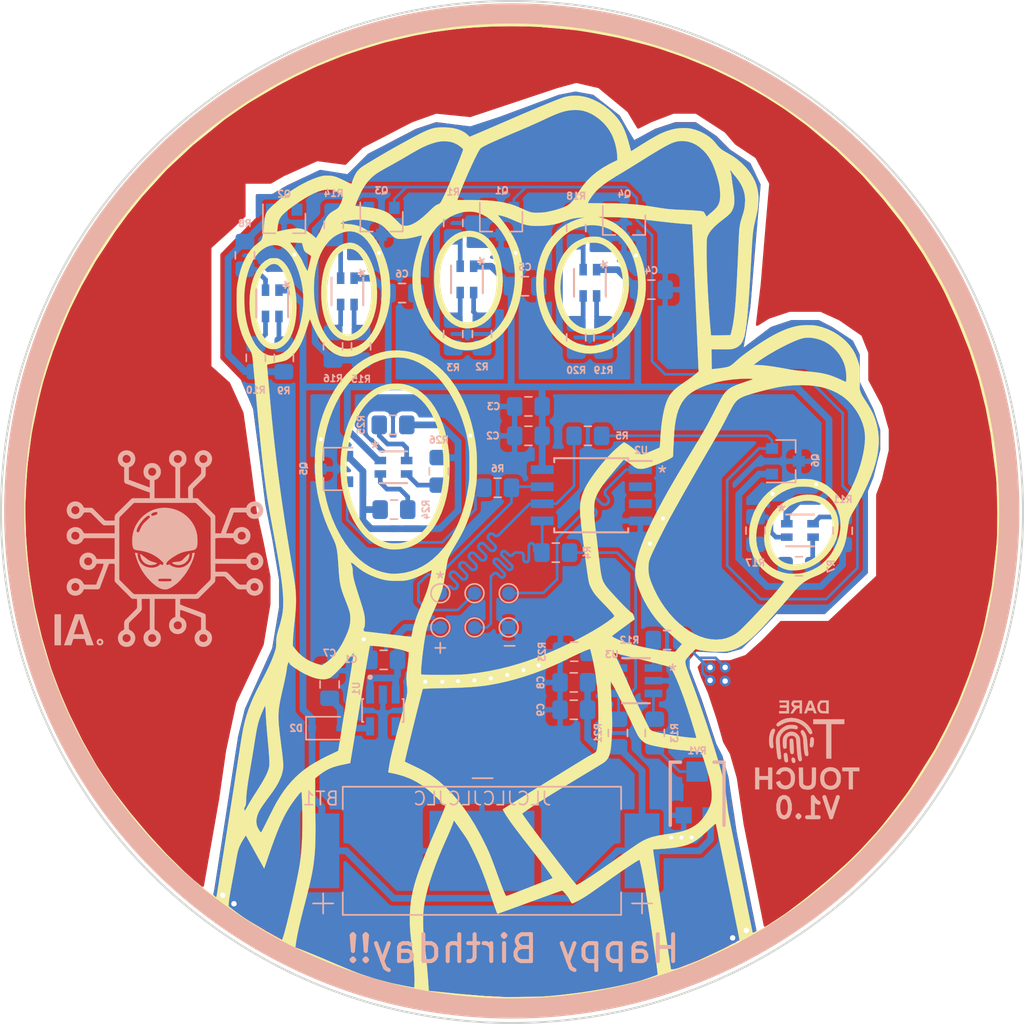
<source format=kicad_pcb>
(kicad_pcb (version 20171130) (host pcbnew "(5.0.2)-1")
  (title_block (title Thanos-Gauntlet) (date 2020-11-21) (rev A))
  (layers (0 F.Cu signal) (31 B.Cu signal) (34 B.Paste user) (35 F.Paste user) (36 B.SilkS user) (37 F.SilkS user) (38 B.Mask user) (39 F.Mask user hide) (44 Edge.Cuts user))
  (net 0 "")
  (net 1 GND)
  (net 2 /5V_in)
  (net 3 /MOSI)
  (net 4 /SCK)
  (net 5 /rst)
  (net 6 /MISO)
  (net 7 "Net-(R12-Pad1)")
  (net 8 "Net-(R13-Pad2)")
  (net 9 /MTO)
  (net 10 /Vin)
  (net 11 /MTPM)
  (net 12 /MTSA)
  (net 13 /TOUCH)
  (net 14 /LED_OUT)
  (net 15 /BIG_LED)
  (net 16 "Net-(C7-Pad1)")
  (net 17 "Net-(U2-Pad2)")
  (net 18 "Net-(U2-Pad3)")
  (net 19 "Net-(LED3-Pad4)")
  (net 20 "Net-(Q3-Pad1)")
  (net 21 "Net-(LED6-Pad4)")
  (net 22 "Net-(Q6-Pad1)")
  (net 23 "Net-(LED2-Pad2)")
  (net 24 "Net-(Q2-Pad1)")
  (net 25 "Net-(LED2-Pad3)")
  (net 26 "Net-(LED2-Pad4)")
  (net 27 "Net-(LED6-Pad3)")
  (net 28 "Net-(LED3-Pad2)")
  (net 29 "Net-(LED3-Pad3)")
  (net 30 "Net-(Q4-Pad1)")
  (net 31 "Net-(LED4-Pad2)")
  (net 32 "Net-(LED4-Pad3)")
  (net 33 "Net-(LED6-Pad2)")
  (net 34 "Net-(LED1-Pad2)")
  (net 35 "Net-(Q1-Pad1)")
  (net 36 "Net-(LED1-Pad3)")
  (net 37 "Net-(LED1-Pad4)")
  (net 38 "Net-(Q5-Pad1)")
  (net 39 "Net-(LED5-Pad4)")
  (net 40 "Net-(LED5-Pad3)")
  (net 41 "Net-(LED5-Pad2)")
  (net 42 "Net-(LED4-Pad4)")
  (module Potentiometer_SMD:TC33X-2-103E (layer B.Cu) (at 153.5176 124.1044 180)
    (fp_text reference RV1 (at 0 3.2004) (layer B.SilkS) (effects (font (size 0.5 0.5) (thickness 0.12)) (justify mirror)))
    (fp_text value 10K)
    (pad 1 smd rect (at -1 -1.6 180) (size 1.2 1.2) (layers B.Cu B.Paste B.Mask) (net 10 /Vin))
    (pad 3 smd rect (at 1 -1.6 180) (size 1.2 1.2) (layers B.Cu B.Paste B.Mask) (net 1 GND))
    (pad 2 smd rect (at 0 1.65 180) (size 1.6 1.5) (layers B.Cu B.Paste B.Mask) (net 12 /MTSA))
  )
  (module Sensor_Voltage:MTCH101T (layer B.Cu) (at 148.971 115.697 180)
    (fp_text reference U3 (at 1.8034 1.9558 180) (layer B.SilkS) (effects (font (size 0.5 0.5) (thickness 0.12)) (justify mirror)))
    (fp_text value MTCH101T-I_OT hide)
    (pad 1 smd rect (at -1.2954 0.950001 180) (size 1.309599 0.558) (layers B.Cu B.Paste B.Mask) (net 7 "Net-(R12-Pad1)"))
    (pad 2 smd rect (at -1.2954 0 180) (size 1.309599 0.558) (layers B.Cu B.Paste B.Mask) (net 1 GND))
    (pad 3 smd rect (at -1.2954 -0.950001 180) (size 1.309599 0.558) (layers B.Cu B.Paste B.Mask) (net 8 "Net-(R13-Pad2)"))
    (pad 4 smd rect (at 1.2954 -0.950001 180) (size 1.309599 0.558) (layers B.Cu B.Paste B.Mask) (net 9 /MTO))
    (pad 5 smd rect (at 1.2954 0 180) (size 1.309599 0.558) (layers B.Cu B.Paste B.Mask) (net 10 /Vin))
    (pad 6 smd rect (at 1.2954 0.950001 180) (size 1.309599 0.558) (layers B.Cu B.Paste B.Mask) (net 11 /MTPM))
  )
  (module Package_SO:SOIJ-8_5.3x5.3mm_P1.27mm (layer B.Cu) (at 145.6436 101.9048 180)
    (fp_text reference U2 (at -3.7084 3.3528 180) (layer B.SilkS) (effects (font (size 0.5 0.5) (thickness 0.12)) (justify mirror)))
    (fp_text value ATtiny85-20SU)
    (pad 1 smd rect (at -3.65 1.905 180) (size 1.7 0.65) (layers B.Cu B.Paste B.Mask) (net 5 /rst))
    (pad 2 smd rect (at -3.65 0.635 180) (size 1.7 0.65) (layers B.Cu B.Paste B.Mask) (net 17 "Net-(U2-Pad2)"))
    (pad 3 smd rect (at -3.65 -0.635 180) (size 1.7 0.65) (layers B.Cu B.Paste B.Mask) (net 18 "Net-(U2-Pad3)"))
    (pad 4 smd rect (at -3.65 -1.905 180) (size 1.7 0.65) (layers B.Cu B.Paste B.Mask) (net 1 GND))
    (pad 5 smd rect (at 3.65 -1.905 180) (size 1.7 0.65) (layers B.Cu B.Paste B.Mask) (net 3 /MOSI))
    (pad 6 smd rect (at 3.65 -0.635 180) (size 1.7 0.65) (layers B.Cu B.Paste B.Mask) (net 6 /MISO))
    (pad 7 smd rect (at 3.65 0.635 180) (size 1.7 0.65) (layers B.Cu B.Paste B.Mask) (net 4 /SCK))
    (pad 8 smd rect (at 3.65 1.905 180) (size 1.7 0.65) (layers B.Cu B.Paste B.Mask) (net 10 /Vin))
  )
  (module LED_SMD:ASMB_LTB2_0A333_PLCC4_Reverse_Mount (layer B.Cu) (at 161.163 104.521 180)
    (fp_text reference LED6 hide)
    (fp_text value ASMB-LTB2-0A333 hide)
    (fp_text user * (at 1.3716 1.3716 180) (layer B.SilkS) (effects (justify mirror)))
    (pad 1 smd rect (at 0.9779 0.499999 90) (size 0.5588 0.8636) (layers B.Cu B.Paste B.Mask) (net 10 /Vin))
    (pad 2 smd rect (at 0.9779 -0.499999 90) (size 0.5588 0.8636) (layers B.Cu B.Paste B.Mask) (net 33 "Net-(LED6-Pad2)"))
    (pad 3 smd rect (at -0.9779 -0.499999 90) (size 0.5588 0.8636) (layers B.Cu B.Paste B.Mask) (net 27 "Net-(LED6-Pad3)"))
    (pad 4 smd rect (at -0.9779 0.499999 90) (size 0.5588 0.8636) (layers B.Cu B.Paste B.Mask) (net 21 "Net-(LED6-Pad4)"))
  )
  (module LED_SMD:ASMB_LTB2_0A333_PLCC4_Reverse_Mount (layer B.Cu) (at 130.937 99.822 180)
    (fp_text reference LED5 hide)
    (fp_text value ASMB-LTB2-0A333 hide)
    (fp_text user * (at 1.3716 1.3716 180) (layer B.SilkS) (effects (justify mirror)))
    (pad 4 smd rect (at -0.9779 0.499999 90) (size 0.5588 0.8636) (layers B.Cu B.Paste B.Mask) (net 39 "Net-(LED5-Pad4)"))
    (pad 3 smd rect (at -0.9779 -0.499999 90) (size 0.5588 0.8636) (layers B.Cu B.Paste B.Mask) (net 40 "Net-(LED5-Pad3)"))
    (pad 2 smd rect (at 0.9779 -0.499999 90) (size 0.5588 0.8636) (layers B.Cu B.Paste B.Mask) (net 41 "Net-(LED5-Pad2)"))
    (pad 1 smd rect (at 0.9779 0.499999 90) (size 0.5588 0.8636) (layers B.Cu B.Paste B.Mask) (net 10 /Vin))
  )
  (module LED_SMD:ASMB_LTB2_0A333_PLCC4_Reverse_Mount (layer B.Cu) (at 145.542 86.106 90)
    (fp_text reference LED4 hide)
    (fp_text value ASMB-LTB2-0A333 hide)
    (fp_text user * (at 1.3716 1.3716 90) (layer B.SilkS) (effects (justify mirror)))
    (pad 1 smd rect (at 0.9779 0.499999) (size 0.5588 0.8636) (layers B.Cu B.Paste B.Mask) (net 10 /Vin))
    (pad 2 smd rect (at 0.9779 -0.499999) (size 0.5588 0.8636) (layers B.Cu B.Paste B.Mask) (net 31 "Net-(LED4-Pad2)"))
    (pad 3 smd rect (at -0.9779 -0.499999) (size 0.5588 0.8636) (layers B.Cu B.Paste B.Mask) (net 32 "Net-(LED4-Pad3)"))
    (pad 4 smd rect (at -0.9779 0.499999) (size 0.5588 0.8636) (layers B.Cu B.Paste B.Mask) (net 42 "Net-(LED4-Pad4)"))
  )
  (module LED_SMD:ASMB_LTB2_0A333_PLCC4_Reverse_Mount (layer B.Cu) (at 121.92 87.63 90)
    (fp_text reference LED2 hide)
    (fp_text value ASMB-LTB2-0A333 hide)
    (fp_text user * (at 1.3716 1.3716 90) (layer B.SilkS) (effects (justify mirror)))
    (pad 4 smd rect (at -0.9779 0.499999) (size 0.5588 0.8636) (layers B.Cu B.Paste B.Mask) (net 26 "Net-(LED2-Pad4)"))
    (pad 3 smd rect (at -0.9779 -0.499999) (size 0.5588 0.8636) (layers B.Cu B.Paste B.Mask) (net 25 "Net-(LED2-Pad3)"))
    (pad 2 smd rect (at 0.9779 -0.499999) (size 0.5588 0.8636) (layers B.Cu B.Paste B.Mask) (net 23 "Net-(LED2-Pad2)"))
    (pad 1 smd rect (at 0.9779 0.499999) (size 0.5588 0.8636) (layers B.Cu B.Paste B.Mask) (net 10 /Vin))
  )
  (module LED_SMD:ASMB_LTB2_0A333_PLCC4_Reverse_Mount (layer B.Cu) (at 136.398 85.852 90)
    (fp_text reference LED1 hide)
    (fp_text value ASMB-LTB2-0A333 hide)
    (fp_text user * (at 1.3716 1.3716 90) (layer B.SilkS) (effects (justify mirror)))
    (pad 1 smd rect (at 0.9779 0.499999) (size 0.5588 0.8636) (layers B.Cu B.Paste B.Mask) (net 10 /Vin))
    (pad 2 smd rect (at 0.9779 -0.499999) (size 0.5588 0.8636) (layers B.Cu B.Paste B.Mask) (net 34 "Net-(LED1-Pad2)"))
    (pad 3 smd rect (at -0.9779 -0.499999) (size 0.5588 0.8636) (layers B.Cu B.Paste B.Mask) (net 36 "Net-(LED1-Pad3)"))
    (pad 4 smd rect (at -0.9779 0.499999) (size 0.5588 0.8636) (layers B.Cu B.Paste B.Mask) (net 37 "Net-(LED1-Pad4)"))
  )
  (module LED_SMD:ASMB_LTB2_0A333_PLCC4_Reverse_Mount (layer B.Cu) (at 127.508 86.741 90)
    (fp_text reference LED3 hide)
    (fp_text value ASMB-LTB2-0A333 hide)
    (fp_text user * (at 1.3716 1.3716 90) (layer B.SilkS) (effects (justify mirror)))
    (pad 4 smd rect (at -0.9779 0.499999) (size 0.5588 0.8636) (layers B.Cu B.Paste B.Mask) (net 19 "Net-(LED3-Pad4)"))
    (pad 3 smd rect (at -0.9779 -0.499999) (size 0.5588 0.8636) (layers B.Cu B.Paste B.Mask) (net 29 "Net-(LED3-Pad3)"))
    (pad 2 smd rect (at 0.9779 -0.499999) (size 0.5588 0.8636) (layers B.Cu B.Paste B.Mask) (net 28 "Net-(LED3-Pad2)"))
    (pad 1 smd rect (at 0.9779 0.499999) (size 0.5588 0.8636) (layers B.Cu B.Paste B.Mask) (net 10 /Vin))
  )
  (module Package_TO_SOT_SMD:SOT-23 (layer B.Cu) (at 160.0835 99.3775)
    (fp_text reference Q6 (at 2.2225 -0.0635 90) (layer B.SilkS) (effects (font (size 0.5 0.5) (thickness 0.12)) (justify mirror)))
    (fp_text value BC547)
    (pad 1 smd rect (at -1 0.95) (size 0.9 0.8) (layers B.Cu B.Paste B.Mask) (net 22 "Net-(Q6-Pad1)"))
    (pad 2 smd rect (at -1 -0.95) (size 0.9 0.8) (layers B.Cu B.Paste B.Mask) (net 14 /LED_OUT))
    (pad 3 smd rect (at 1 0) (size 0.9 0.8) (layers B.Cu B.Paste B.Mask) (net 1 GND))
  )
  (module Resistor_SMD:R_0805_2012Metric_Pad1.15x1.40mm_HandSolder (layer B.Cu) (at 157.861 104.529999 270)
    (fp_text reference R17 (at 2.404001 0.0254) (layer B.SilkS) (effects (font (size 0.5 0.5) (thickness 0.12)) (justify mirror)))
    (fp_text value R)
    (pad 1 smd roundrect (at -1.024999 0 270) (size 1.15 1.4) (layers B.Cu B.Paste B.Mask) (roundrect_rratio 0.217391) (net 33 "Net-(LED6-Pad2)"))
    (pad 2 smd roundrect (at 1.024999 0 270) (size 1.15 1.4) (layers B.Cu B.Paste B.Mask) (roundrect_rratio 0.217391) (net 22 "Net-(Q6-Pad1)"))
  )
  (module Resistor_SMD:R_0805_2012Metric_Pad1.15x1.40mm_HandSolder (layer B.Cu) (at 164.338 104.5464 270)
    (fp_text reference R11 (at -2.3368 0 180) (layer B.SilkS) (effects (font (size 0.5 0.5) (thickness 0.12)) (justify mirror)))
    (fp_text value R)
    (pad 2 smd roundrect (at 1.024999 0 270) (size 1.15 1.4) (layers B.Cu B.Paste B.Mask) (roundrect_rratio 0.217391) (net 22 "Net-(Q6-Pad1)"))
    (pad 1 smd roundrect (at -1.024999 0 270) (size 1.15 1.4) (layers B.Cu B.Paste B.Mask) (roundrect_rratio 0.217391) (net 21 "Net-(LED6-Pad4)"))
  )
  (module Resistor_SMD:R_0805_2012Metric_Pad1.15x1.40mm_HandSolder (layer B.Cu) (at 161.0868 107.188 180)
    (fp_text reference R7 (at -2.3876 0 90) (layer B.SilkS) (effects (font (size 0.5 0.5) (thickness 0.12)) (justify mirror)))
    (fp_text value R)
    (pad 1 smd roundrect (at -1.025 0 180) (size 1.15 1.4) (layers B.Cu B.Paste B.Mask) (roundrect_rratio 0.217391) (net 27 "Net-(LED6-Pad3)"))
    (pad 2 smd roundrect (at 1.025 0 180) (size 1.15 1.4) (layers B.Cu B.Paste B.Mask) (roundrect_rratio 0.217391) (net 22 "Net-(Q6-Pad1)"))
  )
  (module Battery:BAT_BC-2003 (layer B.Cu) (at 137.5156 128.3462 180)
    (fp_text reference BT1 (at 11.9888 3.8862 180) (layer B.SilkS) (effects (font (thickness 0.125)) (justify mirror)))
    (fp_text value BC-2003)
    (pad S1+ smd rect (at -11.905 0 180) (size 2.6 5.56) (layers B.Cu B.Paste B.Mask) (net 10 /Vin))
    (pad S2+ smd rect (at 11.905 0 180) (size 2.6 5.56) (layers B.Cu B.Paste B.Mask) (net 10 /Vin))
    (pad - smd rect (at 0 0 180) (size 7.8 5.96) (layers B.Cu B.Mask) (net 1 GND))
  )
  (module Capacitor_SMD:C_0805_2012Metric_Pad1.15x1.40mm_HandSolder (layer B.Cu) (at 144.3482 117.856 180)
    (fp_text reference C9 (at 2.4638 0 90) (layer B.SilkS) (effects (font (size 0.5 0.5) (thickness 0.12)) (justify mirror)))
    (fp_text value 0.1uF)
    (pad 1 smd roundrect (at -1.025 0 180) (size 1.15 1.4) (layers B.Cu B.Paste B.Mask) (roundrect_rratio 0.217391) (net 10 /Vin))
    (pad 2 smd roundrect (at 1.025 0 180) (size 1.15 1.4) (layers B.Cu B.Paste B.Mask) (roundrect_rratio 0.217391) (net 1 GND))
  )
  (module Capacitor_SMD:C_0805_2012Metric_Pad1.15x1.40mm_HandSolder (layer B.Cu) (at 144.3482 115.824 180)
    (fp_text reference C8 (at 2.4638 0 90) (layer B.SilkS) (effects (font (size 0.5 0.5) (thickness 0.12)) (justify mirror)))
    (fp_text value 1uF)
    (pad 2 smd roundrect (at 1.025 0 180) (size 1.15 1.4) (layers B.Cu B.Paste B.Mask) (roundrect_rratio 0.217391) (net 1 GND))
    (pad 1 smd roundrect (at -1.025 0 180) (size 1.15 1.4) (layers B.Cu B.Paste B.Mask) (roundrect_rratio 0.217391) (net 10 /Vin))
  )
  (module Capacitor_SMD:C_0805_2012Metric_Pad1.15x1.40mm_HandSolder (layer B.Cu) (at 126.1872 115.9764 90)
    (fp_text reference C7 (at 2.3368 0) (layer B.SilkS) (effects (font (size 0.5 0.5) (thickness 0.12)) (justify mirror)))
    (fp_text value 1uF)
    (pad 1 smd roundrect (at -1.025 0 90) (size 1.15 1.4) (layers B.Cu B.Paste B.Mask) (roundrect_rratio 0.217391) (net 16 "Net-(C7-Pad1)"))
    (pad 2 smd roundrect (at 1.025 0 90) (size 1.15 1.4) (layers B.Cu B.Paste B.Mask) (roundrect_rratio 0.217391) (net 1 GND))
  )
  (module Capacitor_SMD:C_0805_2012Metric_Pad1.15x1.40mm_HandSolder (layer B.Cu) (at 131.572 86.868)
    (fp_text reference C6 (at 0 -1.4224 180) (layer B.SilkS) (effects (font (size 0.5 0.5) (thickness 0.12)) (justify mirror)))
    (fp_text value 10uF)
    (pad 2 smd roundrect (at 1.025 0) (size 1.15 1.4) (layers B.Cu B.Paste B.Mask) (roundrect_rratio 0.217391) (net 1 GND))
    (pad 1 smd roundrect (at -1.025 0) (size 1.15 1.4) (layers B.Cu B.Paste B.Mask) (roundrect_rratio 0.217391) (net 10 /Vin))
  )
  (module Capacitor_SMD:C_0805_2012Metric_Pad1.15x1.40mm_HandSolder (layer B.Cu) (at 140.716 86.36)
    (fp_text reference C5 (at 0 -1.4224 180) (layer B.SilkS) (effects (font (size 0.5 0.5) (thickness 0.12)) (justify mirror)))
    (fp_text value 10uF)
    (pad 1 smd roundrect (at -1.025 0) (size 1.15 1.4) (layers B.Cu B.Paste B.Mask) (roundrect_rratio 0.217391) (net 10 /Vin))
    (pad 2 smd roundrect (at 1.025 0) (size 1.15 1.4) (layers B.Cu B.Paste B.Mask) (roundrect_rratio 0.217391) (net 1 GND))
  )
  (module Capacitor_SMD:C_0805_2012Metric_Pad1.15x1.40mm_HandSolder (layer B.Cu) (at 150.114 86.614)
    (fp_text reference C4 (at 0 -1.4224 180) (layer B.SilkS) (effects (font (size 0.5 0.5) (thickness 0.12)) (justify mirror)))
    (fp_text value 10uF)
    (pad 2 smd roundrect (at 1.025 0) (size 1.15 1.4) (layers B.Cu B.Paste B.Mask) (roundrect_rratio 0.217391) (net 1 GND))
    (pad 1 smd roundrect (at -1.025 0) (size 1.15 1.4) (layers B.Cu B.Paste B.Mask) (roundrect_rratio 0.217391) (net 10 /Vin))
  )
  (module Capacitor_SMD:C_0805_2012Metric_Pad1.15x1.40mm_HandSolder (layer B.Cu) (at 140.97 95.3008 180)
    (fp_text reference C3 (at 2.5908 0) (layer B.SilkS) (effects (font (size 0.5 0.5) (thickness 0.12)) (justify mirror)))
    (fp_text value 0.1uF)
    (pad 1 smd roundrect (at -1.025 0 180) (size 1.15 1.4) (layers B.Cu B.Paste B.Mask) (roundrect_rratio 0.217391) (net 10 /Vin))
    (pad 2 smd roundrect (at 1.025 0 180) (size 1.15 1.4) (layers B.Cu B.Paste B.Mask) (roundrect_rratio 0.217391) (net 1 GND))
  )
  (module Capacitor_SMD:C_0805_2012Metric_Pad1.15x1.40mm_HandSolder (layer B.Cu) (at 140.97 97.4852 180)
    (fp_text reference C2 (at 2.6416 0) (layer B.SilkS) (effects (font (size 0.5 0.5) (thickness 0.12)) (justify mirror)))
    (fp_text value 4.7uF)
    (pad 2 smd roundrect (at 1.025 0 180) (size 1.15 1.4) (layers B.Cu B.Paste B.Mask) (roundrect_rratio 0.217391) (net 1 GND))
    (pad 1 smd roundrect (at -1.025 0 180) (size 1.15 1.4) (layers B.Cu B.Paste B.Mask) (roundrect_rratio 0.217391) (net 10 /Vin))
  )
  (module Capacitor_SMD:C_0805_2012Metric_Pad1.15x1.40mm_HandSolder (layer B.Cu) (at 130.2094 114.1476 180)
    (fp_text reference C1 (at 2.4474 0.0508 180) (layer B.SilkS) (effects (font (size 0.5 0.5) (thickness 0.12)) (justify mirror)))
    (fp_text value 1uF)
    (pad 1 smd roundrect (at -1.025 0 180) (size 1.15 1.4) (layers B.Cu B.Paste B.Mask) (roundrect_rratio 0.217391) (net 2 /5V_in))
    (pad 2 smd roundrect (at 1.025 0 180) (size 1.15 1.4) (layers B.Cu B.Paste B.Mask) (roundrect_rratio 0.217391) (net 1 GND))
  )
  (module Diode_SMD:D_SOD-323 (layer B.Cu) (at 125.9332 119.2276)
    (fp_text reference D2 (at -2.2352 0) (layer B.SilkS) (effects (font (size 0.5 0.5) (thickness 0.12)) (justify mirror)))
    (fp_text value D_Schottky)
    (pad 1 smd rect (at -1.05 0) (size 0.6 0.45) (layers B.Cu B.Paste B.Mask) (net 10 /Vin))
    (pad 2 smd rect (at 1.05 0) (size 0.6 0.45) (layers B.Cu B.Paste B.Mask) (net 16 "Net-(C7-Pad1)"))
  )
  (module Package_TO_SOT_SMD:AP2112K-3.3TRG1 (layer B.Cu) (at 130.1496 117.9068 270)
    (fp_text reference U1 (at -1.6256 1.9812 90) (layer B.SilkS) (effects (font (size 0.5 0.5) (thickness 0.12)) (justify mirror)))
    (fp_text value AP2112K-3.3TRG1)
    (pad 1 smd rect (at -1.185 0.95 270) (size 1.35 0.6) (layers B.Cu B.Paste B.Mask) (net 2 /5V_in))
    (pad 2 smd rect (at -1.185 0 270) (size 1.35 0.6) (layers B.Cu B.Paste B.Mask) (net 1 GND))
    (pad 3 smd rect (at -1.185 -0.95 270) (size 1.35 0.6) (layers B.Cu B.Paste B.Mask) (net 2 /5V_in))
    (pad 4 smd rect (at 1.185 -0.95 270) (size 1.35 0.6) (layers B.Cu B.Paste B.Mask))
    (pad 5 smd rect (at 1.185 0.95 270) (size 1.35 0.6) (layers B.Cu B.Paste B.Mask) (net 16 "Net-(C7-Pad1)"))
  )
  (module Package_TO_SOT_SMD:SOT-23 (layer B.Cu) (at 148.082 81.788 270)
    (fp_text reference Q4 (at -2.286 -0.0254) (layer B.SilkS) (effects (font (size 0.5 0.5) (thickness 0.12)) (justify mirror)))
    (fp_text value BC547)
    (pad 1 smd rect (at -1 0.95 270) (size 0.9 0.8) (layers B.Cu B.Paste B.Mask) (net 30 "Net-(Q4-Pad1)"))
    (pad 2 smd rect (at -1 -0.95 270) (size 0.9 0.8) (layers B.Cu B.Paste B.Mask) (net 14 /LED_OUT))
    (pad 3 smd rect (at 1 0 270) (size 0.9 0.8) (layers B.Cu B.Paste B.Mask) (net 1 GND))
  )
  (module Package_TO_SOT_SMD:SOT-23 (layer B.Cu) (at 126.492 99.949 180)
    (fp_text reference Q5 (at 2.2352 0.0254 270) (layer B.SilkS) (effects (font (size 0.5 0.5) (thickness 0.12)) (justify mirror)))
    (fp_text value BC547)
    (pad 3 smd rect (at 1 0 180) (size 0.9 0.8) (layers B.Cu B.Paste B.Mask) (net 1 GND))
    (pad 2 smd rect (at -1 -0.95 180) (size 0.9 0.8) (layers B.Cu B.Paste B.Mask) (net 15 /BIG_LED))
    (pad 1 smd rect (at -1 0.95 180) (size 0.9 0.8) (layers B.Cu B.Paste B.Mask) (net 38 "Net-(Q5-Pad1)"))
  )
  (module Package_TO_SOT_SMD:SOT-23 (layer B.Cu) (at 138.938 81.534 270)
    (fp_text reference Q1 (at -2.286 -0.0508) (layer B.SilkS) (effects (font (size 0.5 0.5) (thickness 0.12)) (justify mirror)))
    (fp_text value BC547)
    (pad 1 smd rect (at -1 0.95 270) (size 0.9 0.8) (layers B.Cu B.Paste B.Mask) (net 35 "Net-(Q1-Pad1)"))
    (pad 2 smd rect (at -1 -0.95 270) (size 0.9 0.8) (layers B.Cu B.Paste B.Mask) (net 14 /LED_OUT))
    (pad 3 smd rect (at 1 0 270) (size 0.9 0.8) (layers B.Cu B.Paste B.Mask) (net 1 GND))
  )
  (module Package_TO_SOT_SMD:SOT-23 (layer B.Cu) (at 122.809 81.661 270)
    (fp_text reference Q2 (at -2.159 0) (layer B.SilkS) (effects (font (size 0.5 0.5) (thickness 0.12)) (justify mirror)))
    (fp_text value BC547)
    (pad 3 smd rect (at 1 0 270) (size 0.9 0.8) (layers B.Cu B.Paste B.Mask) (net 1 GND))
    (pad 2 smd rect (at -1 -0.95 270) (size 0.9 0.8) (layers B.Cu B.Paste B.Mask) (net 14 /LED_OUT))
    (pad 1 smd rect (at -1 0.95 270) (size 0.9 0.8) (layers B.Cu B.Paste B.Mask) (net 24 "Net-(Q2-Pad1)"))
  )
  (module Package_TO_SOT_SMD:SOT-23 (layer B.Cu) (at 130.048 81.534 270)
    (fp_text reference Q3 (at -2.286 0) (layer B.SilkS) (effects (font (size 0.5 0.5) (thickness 0.12)) (justify mirror)))
    (fp_text value BC547)
    (pad 1 smd rect (at -1 0.95 270) (size 0.9 0.8) (layers B.Cu B.Paste B.Mask) (net 20 "Net-(Q3-Pad1)"))
    (pad 2 smd rect (at -1 -0.95 270) (size 0.9 0.8) (layers B.Cu B.Paste B.Mask) (net 14 /LED_OUT))
    (pad 3 smd rect (at 1 0 270) (size 0.9 0.8) (layers B.Cu B.Paste B.Mask) (net 1 GND))
  )
  (module Resistor_SMD:R_0805_2012Metric_Pad1.15x1.40mm_HandSolder (layer B.Cu) (at 135.382 89.916 270)
    (fp_text reference R3 (at 2.4892 0) (layer B.SilkS) (effects (font (size 0.5 0.5) (thickness 0.12)) (justify mirror)))
    (fp_text value R)
    (pad 2 smd roundrect (at 1.025 0 270) (size 1.15 1.4) (layers B.Cu B.Paste B.Mask) (roundrect_rratio 0.217391) (net 35 "Net-(Q1-Pad1)"))
    (pad 1 smd roundrect (at -1.025 0 270) (size 1.15 1.4) (layers B.Cu B.Paste B.Mask) (roundrect_rratio 0.217391) (net 36 "Net-(LED1-Pad3)"))
  )
  (module Resistor_SMD:R_0805_2012Metric_Pad1.15x1.40mm_HandSolder (layer B.Cu) (at 135.382 81.661 90)
    (fp_text reference R1 (at 2.3114 0) (layer B.SilkS) (effects (font (size 0.5 0.5) (thickness 0.12)) (justify mirror)))
    (fp_text value R)
    (pad 1 smd roundrect (at -1.025 0 90) (size 1.15 1.4) (layers B.Cu B.Paste B.Mask) (roundrect_rratio 0.217391) (net 34 "Net-(LED1-Pad2)"))
    (pad 2 smd roundrect (at 1.025 0 90) (size 1.15 1.4) (layers B.Cu B.Paste B.Mask) (roundrect_rratio 0.217391) (net 35 "Net-(Q1-Pad1)"))
  )
  (module Resistor_SMD:R_0805_2012Metric_Pad1.15x1.40mm_HandSolder (layer B.Cu) (at 134.3152 100.1268 90)
    (fp_text reference R26 (at 2.3368 0) (layer B.SilkS) (effects (font (size 0.5 0.5) (thickness 0.12)) (justify mirror)))
    (fp_text value R)
    (pad 2 smd roundrect (at 1.024999 0 90) (size 1.15 1.4) (layers B.Cu B.Paste B.Mask) (roundrect_rratio 0.217391) (net 38 "Net-(Q5-Pad1)"))
    (pad 1 smd roundrect (at -1.024999 0 90) (size 1.15 1.4) (layers B.Cu B.Paste B.Mask) (roundrect_rratio 0.217391) (net 40 "Net-(LED5-Pad3)"))
  )
  (module Resistor_SMD:R_0805_2012Metric_Pad1.15x1.40mm_HandSolder (layer B.Cu) (at 130.9026 96.6724)
    (fp_text reference R25 (at -2.3786 0 90) (layer B.SilkS) (effects (font (size 0.5 0.5) (thickness 0.12)) (justify mirror)))
    (fp_text value R)
    (pad 1 smd roundrect (at -1.025 0) (size 1.15 1.4) (layers B.Cu B.Paste B.Mask) (roundrect_rratio 0.217391) (net 39 "Net-(LED5-Pad4)"))
    (pad 2 smd roundrect (at 1.025 0) (size 1.15 1.4) (layers B.Cu B.Paste B.Mask) (roundrect_rratio 0.217391) (net 38 "Net-(Q5-Pad1)"))
  )
  (module Resistor_SMD:R_0805_2012Metric_Pad1.15x1.40mm_HandSolder (layer B.Cu) (at 130.971399 102.9716 180)
    (fp_text reference R24 (at -2.378601 0 270) (layer B.SilkS) (effects (font (size 0.5 0.5) (thickness 0.12)) (justify mirror)))
    (fp_text value R)
    (pad 2 smd roundrect (at 1.024999 0 180) (size 1.15 1.4) (layers B.Cu B.Paste B.Mask) (roundrect_rratio 0.217391) (net 38 "Net-(Q5-Pad1)"))
    (pad 1 smd roundrect (at -1.024999 0 180) (size 1.15 1.4) (layers B.Cu B.Paste B.Mask) (roundrect_rratio 0.217391) (net 41 "Net-(LED5-Pad2)"))
  )
  (module Resistor_SMD:R_0805_2012Metric_Pad1.15x1.40mm_HandSolder (layer B.Cu) (at 144.3736 113.538 180)
    (fp_text reference R23 (at 2.3876 0 270) (layer B.SilkS) (effects (font (size 0.5 0.5) (thickness 0.12)) (justify mirror)))
    (fp_text value 10K)
    (pad 1 smd roundrect (at -1.025 0 180) (size 1.15 1.4) (layers B.Cu B.Paste B.Mask) (roundrect_rratio 0.217391) (net 11 /MTPM))
    (pad 2 smd roundrect (at 1.025 0 180) (size 1.15 1.4) (layers B.Cu B.Paste B.Mask) (roundrect_rratio 0.217391) (net 1 GND))
  )
  (module Resistor_SMD:R_0805_2012Metric_Pad1.15x1.40mm_HandSolder (layer B.Cu) (at 147.6248 119.5832 90)
    (fp_text reference R21 (at 0 -1.4732 90) (layer B.SilkS) (effects (font (size 0.5 0.5) (thickness 0.12)) (justify mirror)))
    (fp_text value 10K)
    (pad 1 smd roundrect (at -1.025 0 90) (size 1.15 1.4) (layers B.Cu B.Paste B.Mask) (roundrect_rratio 0.217391) (net 10 /Vin))
    (pad 2 smd roundrect (at 1.025 0 90) (size 1.15 1.4) (layers B.Cu B.Paste B.Mask) (roundrect_rratio 0.217391) (net 9 /MTO))
  )
  (module Resistor_SMD:R_0805_2012Metric_Pad1.15x1.40mm_HandSolder (layer B.Cu) (at 144.526 90.17 270)
    (fp_text reference R20 (at 2.4384 0) (layer B.SilkS) (effects (font (size 0.5 0.5) (thickness 0.12)) (justify mirror)))
    (fp_text value R)
    (pad 2 smd roundrect (at 1.025 0 270) (size 1.15 1.4) (layers B.Cu B.Paste B.Mask) (roundrect_rratio 0.217391) (net 30 "Net-(Q4-Pad1)"))
    (pad 1 smd roundrect (at -1.025 0 270) (size 1.15 1.4) (layers B.Cu B.Paste B.Mask) (roundrect_rratio 0.217391) (net 32 "Net-(LED4-Pad3)"))
  )
  (module Resistor_SMD:R_0805_2012Metric_Pad1.15x1.40mm_HandSolder (layer B.Cu) (at 146.558 90.17 270)
    (fp_text reference R19 (at 2.4384 0) (layer B.SilkS) (effects (font (size 0.5 0.5) (thickness 0.12)) (justify mirror)))
    (fp_text value R)
    (pad 1 smd roundrect (at -1.025 0 270) (size 1.15 1.4) (layers B.Cu B.Paste B.Mask) (roundrect_rratio 0.217391) (net 42 "Net-(LED4-Pad4)"))
    (pad 2 smd roundrect (at 1.025 0 270) (size 1.15 1.4) (layers B.Cu B.Paste B.Mask) (roundrect_rratio 0.217391) (net 30 "Net-(Q4-Pad1)"))
  )
  (module Resistor_SMD:R_0805_2012Metric_Pad1.15x1.40mm_HandSolder (layer B.Cu) (at 144.526 82.033 90)
    (fp_text reference R18 (at 2.3786 0) (layer B.SilkS) (effects (font (size 0.5 0.5) (thickness 0.12)) (justify mirror)))
    (fp_text value R)
    (pad 2 smd roundrect (at 1.025 0 90) (size 1.15 1.4) (layers B.Cu B.Paste B.Mask) (roundrect_rratio 0.217391) (net 30 "Net-(Q4-Pad1)"))
    (pad 1 smd roundrect (at -1.025 0 90) (size 1.15 1.4) (layers B.Cu B.Paste B.Mask) (roundrect_rratio 0.217391) (net 31 "Net-(LED4-Pad2)"))
  )
  (module Resistor_SMD:R_0805_2012Metric_Pad1.15x1.40mm_HandSolder (layer B.Cu) (at 128.524 90.8304 270)
    (fp_text reference R15 (at 2.4384 0) (layer B.SilkS) (effects (font (size 0.5 0.5) (thickness 0.12)) (justify mirror)))
    (fp_text value R)
    (pad 2 smd roundrect (at 1.025 0 270) (size 1.15 1.4) (layers B.Cu B.Paste B.Mask) (roundrect_rratio 0.217391) (net 20 "Net-(Q3-Pad1)"))
    (pad 1 smd roundrect (at -1.025 0 270) (size 1.15 1.4) (layers B.Cu B.Paste B.Mask) (roundrect_rratio 0.217391) (net 19 "Net-(LED3-Pad4)"))
  )
  (module Resistor_SMD:R_0805_2012Metric_Pad1.15x1.40mm_HandSolder (layer B.Cu) (at 143.002 106.172 180)
    (fp_text reference R4 (at -2.3368 0 90) (layer B.SilkS) (effects (font (size 0.5 0.5) (thickness 0.12)) (justify mirror)))
    (fp_text value 10K)
    (pad 1 smd roundrect (at -1.025 0 180) (size 1.15 1.4) (layers B.Cu B.Paste B.Mask) (roundrect_rratio 0.217391) (net 9 /MTO))
    (pad 2 smd roundrect (at 1.025 0 180) (size 1.15 1.4) (layers B.Cu B.Paste B.Mask) (roundrect_rratio 0.217391) (net 3 /MOSI))
  )
  (module Resistor_SMD:R_0805_2012Metric_Pad1.15x1.40mm_HandSolder (layer B.Cu) (at 145.3896 97.4852 180)
    (fp_text reference R5 (at -2.54 0) (layer B.SilkS) (effects (font (size 0.5 0.5) (thickness 0.12)) (justify mirror)))
    (fp_text value 10K)
    (pad 2 smd roundrect (at 1.025 0 180) (size 1.15 1.4) (layers B.Cu B.Paste B.Mask) (roundrect_rratio 0.217391) (net 6 /MISO))
    (pad 1 smd roundrect (at -1.025 0 180) (size 1.15 1.4) (layers B.Cu B.Paste B.Mask) (roundrect_rratio 0.217391) (net 14 /LED_OUT))
  )
  (module Resistor_SMD:R_0805_2012Metric_Pad1.15x1.40mm_HandSolder (layer B.Cu) (at 138.684 101.346)
    (fp_text reference R6 (at 0 -1.4224 180) (layer B.SilkS) (effects (font (size 0.5 0.5) (thickness 0.12)) (justify mirror)))
    (fp_text value 10K)
    (pad 1 smd roundrect (at -1.025 0) (size 1.15 1.4) (layers B.Cu B.Paste B.Mask) (roundrect_rratio 0.217391) (net 15 /BIG_LED))
    (pad 2 smd roundrect (at 1.025 0) (size 1.15 1.4) (layers B.Cu B.Paste B.Mask) (roundrect_rratio 0.217391) (net 4 /SCK))
  )
  (module Resistor_SMD:R_0805_2012Metric_Pad1.15x1.40mm_HandSolder (layer B.Cu) (at 119.888 84.065 90)
    (fp_text reference R8 (at 2.3786 0) (layer B.SilkS) (effects (font (size 0.5 0.5) (thickness 0.12)) (justify mirror)))
    (fp_text value R)
    (pad 1 smd roundrect (at -1.025 0 90) (size 1.15 1.4) (layers B.Cu B.Paste B.Mask) (roundrect_rratio 0.217391) (net 23 "Net-(LED2-Pad2)"))
    (pad 2 smd roundrect (at 1.025 0 90) (size 1.15 1.4) (layers B.Cu B.Paste B.Mask) (roundrect_rratio 0.217391) (net 24 "Net-(Q2-Pad1)"))
  )
  (module Resistor_SMD:R_0805_2012Metric_Pad1.15x1.40mm_HandSolder (layer B.Cu) (at 122.7836 91.694 270)
    (fp_text reference R9 (at 2.4384 0 180) (layer B.SilkS) (effects (font (size 0.5 0.5) (thickness 0.12)) (justify mirror)))
    (fp_text value R)
    (pad 2 smd roundrect (at 1.024999 0 270) (size 1.15 1.4) (layers B.Cu B.Paste B.Mask) (roundrect_rratio 0.217391) (net 24 "Net-(Q2-Pad1)"))
    (pad 1 smd roundrect (at -1.024999 0 270) (size 1.15 1.4) (layers B.Cu B.Paste B.Mask) (roundrect_rratio 0.217391) (net 26 "Net-(LED2-Pad4)"))
  )
  (module Resistor_SMD:R_0805_2012Metric_Pad1.15x1.40mm_HandSolder (layer B.Cu) (at 120.7008 91.685001 270)
    (fp_text reference R10 (at 2.396599 0 180) (layer B.SilkS) (effects (font (size 0.5 0.5) (thickness 0.12)) (justify mirror)))
    (fp_text value R)
    (pad 1 smd roundrect (at -1.024999 0 270) (size 1.15 1.4) (layers B.Cu B.Paste B.Mask) (roundrect_rratio 0.217391) (net 25 "Net-(LED2-Pad3)"))
    (pad 2 smd roundrect (at 1.024999 0 270) (size 1.15 1.4) (layers B.Cu B.Paste B.Mask) (roundrect_rratio 0.217391) (net 24 "Net-(Q2-Pad1)"))
  )
  (module Resistor_SMD:R_0805_2012Metric_Pad1.15x1.40mm_HandSolder (layer B.Cu) (at 151.2824 112.6744)
    (fp_text reference R12 (at -2.794 0) (layer B.SilkS) (effects (font (size 0.5 0.5) (thickness 0.12)) (justify mirror)))
    (fp_text value 4.7K)
    (pad 1 smd roundrect (at -1.025 0) (size 1.15 1.4) (layers B.Cu B.Paste B.Mask) (roundrect_rratio 0.217391) (net 7 "Net-(R12-Pad1)"))
    (pad 2 smd roundrect (at 1.025 0) (size 1.15 1.4) (layers B.Cu B.Paste B.Mask) (roundrect_rratio 0.217391) (net 13 /TOUCH))
  )
  (module Resistor_SMD:R_0805_2012Metric_Pad1.15x1.40mm_HandSolder (layer B.Cu) (at 150.368 119.5832 90)
    (fp_text reference R13 (at 0 1.4732 90) (layer B.SilkS) (effects (font (size 0.5 0.5) (thickness 0.12)) (justify mirror)))
    (fp_text value 10K)
    (pad 2 smd roundrect (at 1.025 0 90) (size 1.15 1.4) (layers B.Cu B.Paste B.Mask) (roundrect_rratio 0.217391) (net 8 "Net-(R13-Pad2)"))
    (pad 1 smd roundrect (at -1.025 0 90) (size 1.15 1.4) (layers B.Cu B.Paste B.Mask) (roundrect_rratio 0.217391) (net 12 /MTSA))
  )
  (module Resistor_SMD:R_0805_2012Metric_Pad1.15x1.40mm_HandSolder (layer B.Cu) (at 137.5156 89.916 270)
    (fp_text reference R2 (at 2.4384 0) (layer B.SilkS) (effects (font (size 0.5 0.5) (thickness 0.12)) (justify mirror)))
    (fp_text value R)
    (pad 1 smd roundrect (at -1.025 0 270) (size 1.15 1.4) (layers B.Cu B.Paste B.Mask) (roundrect_rratio 0.217391) (net 37 "Net-(LED1-Pad4)"))
    (pad 2 smd roundrect (at 1.025 0 270) (size 1.15 1.4) (layers B.Cu B.Paste B.Mask) (roundrect_rratio 0.217391) (net 35 "Net-(Q1-Pad1)"))
  )
  (module Resistor_SMD:R_0805_2012Metric_Pad1.15x1.40mm_HandSolder (layer B.Cu) (at 126.492 81.788 90)
    (fp_text reference R14 (at 2.3368 0) (layer B.SilkS) (effects (font (size 0.5 0.5) (thickness 0.12)) (justify mirror)))
    (fp_text value R)
    (pad 2 smd roundrect (at 1.025 0 90) (size 1.15 1.4) (layers B.Cu B.Paste B.Mask) (roundrect_rratio 0.217391) (net 20 "Net-(Q3-Pad1)"))
    (pad 1 smd roundrect (at -1.025 0 90) (size 1.15 1.4) (layers B.Cu B.Paste B.Mask) (roundrect_rratio 0.217391) (net 28 "Net-(LED3-Pad2)"))
  )
  (module Resistor_SMD:R_0805_2012Metric_Pad1.15x1.40mm_HandSolder (layer B.Cu) (at 126.4412 90.8304 270)
    (fp_text reference R16 (at 2.3876 0) (layer B.SilkS) (effects (font (size 0.5 0.5) (thickness 0.12)) (justify mirror)))
    (fp_text value R)
    (pad 1 smd roundrect (at -1.025 0 270) (size 1.15 1.4) (layers B.Cu B.Paste B.Mask) (roundrect_rratio 0.217391) (net 29 "Net-(LED3-Pad3)"))
    (pad 2 smd roundrect (at 1.025 0 270) (size 1.15 1.4) (layers B.Cu B.Paste B.Mask) (roundrect_rratio 0.217391) (net 20 "Net-(Q3-Pad1)"))
  )
  (module TestPoint:TestPoint_Pad_D1.0mm (layer B.Cu) (at 134.423403 109.194183 90)
    (fp_text reference TP2 hide)
    (fp_text value TestPoint)
    (pad 1 smd circle (at 0 0 90) (size 1 1) (layers B.Cu B.Mask) (net 6 /MISO))
  )
  (module TestPoint:TestPoint_Pad_D1.0mm (layer B.Cu) (at 139.503403 109.194183 90)
    (fp_text reference TP1 hide)
    (fp_text value TestPoint)
    (pad 1 smd circle (at 0 0 90) (size 1 1) (layers B.Cu B.Mask) (net 5 /rst))
  )
  (module TestPoint:TestPoint_Pad_D1.0mm (layer B.Cu) (at 136.963403 109.194183 90)
    (fp_text reference TP4 hide)
    (fp_text value TestPoint)
    (pad 1 smd circle (at 0 0 90) (size 1 1) (layers B.Cu B.Mask) (net 4 /SCK))
  )
  (module TestPoint:TestPoint_Pad_D1.0mm (layer B.Cu) (at 136.963403 111.734183 90)
    (fp_text reference TP3 hide)
    (fp_text value TestPoint)
    (pad 1 smd circle (at 0 0 90) (size 1 1) (layers B.Cu B.Mask) (net 3 /MOSI))
  )
  (module TestPoint:TestPoint_Pad_D1.0mm (layer B.Cu) (at 134.423403 111.734183 90)
    (fp_text reference TP5 hide)
    (fp_text value TestPoint)
    (pad 1 smd circle (at 0 0 90) (size 1 1) (layers B.Cu B.Mask) (net 2 /5V_in))
  )
  (module TestPoint:TestPoint_Pad_D1.0mm (layer B.Cu) (at 139.503403 111.734183 90)
    (fp_text reference TP6 hide)
    (fp_text value TestPoint)
    (pad 1 smd circle (at 0 0 90) (size 1 1) (layers B.Cu B.Mask) (net 1 GND))
  )
  (module customs:Thanos_Gauntlet_outer (layer F.Cu) (at 139.7 103.124)
    (fp_text reference G*** hide)
    (fp_text value LOGO hide)
  )
  (module customs:Thanos_Gauntlet_soldermask_layer2 (layer F.Cu) (at 142.4305 106.045)
    (fp_text reference G*** hide)
    (fp_text value LOGO hide)
  )
  (module AI_logo:AI_logo (layer B.Cu) (at 107.5436 111.9124 180)
    (fp_text reference G*** hide)
    (fp_text value LOGO hide)
  )
  (module AI_logo:AI_logo_face_15x15 (layer B.Cu) (at 113.9444 105.8672 180)
    (fp_text reference G*** hide)
    (fp_text value LOGO hide)
  )
  (module customs:Dare_To_Touch (layer B.Cu) (at 161.6964 120.4976 180)
    (fp_text reference G*** hide)
    (fp_text value LOGO hide)
  )
  (gr_text V1.0 (at 161.6964 125.1712) (layer B.SilkS) (effects (font (size 1.5 1.5) (thickness 0.3)) (justify mirror)))
  (gr_text * (at 134.4168 108.1532) (layer B.SilkS) (effects (font (size 1 1) (thickness 0.125)) (justify mirror)))
  (gr_text "Happy Birthday!!" (at 139.827 135.636) (layer B.SilkS) (effects (font (size 2 2) (thickness 0.3)) (justify mirror)))
  (gr_text JLCJLCJLCJLC (at 137.541 124.46) (layer B.SilkS) (effects (font (size 1 1) (thickness 0.12)) (justify mirror)))
  (gr_text + (at 134.4168 113.1824) (layer B.SilkS) (effects (font (size 1 1) (thickness 0.125)) (justify mirror)))
  (gr_text - (at 139.573 113.03) (layer B.SilkS) (effects (font (size 1 1) (thickness 0.125)) (justify mirror)))
  (gr_text * (at 150.9268 100.2792) (layer B.SilkS) (effects (font (size 1 1) (thickness 0.125)) (justify mirror)))
  (gr_text * (at 151.6888 115.0112) (layer B.SilkS) (effects (font (size 1 1) (thickness 0.125)) (justify mirror)))
  (gr_circle (center 139.7332 103.0732) (end 176.7332 103.0732) (layer B.SilkS) (width 1.5))
  (gr_circle (center 139.7508 103.151) (end 177.7508 103.151) (layer Edge.Cuts) (width 0.15))
  (via (at 157.1752 134.2644) (size 0.8) (drill 0.4) (layers F.Cu B.Cu) (net 1))
  (via (at 118.237 131.6482) (size 0.8) (drill 0.4) (layers F.Cu B.Cu) (net 1))
  (via (at 119.0752 132.2832) (size 0.8) (drill 0.4) (layers F.Cu B.Cu) (net 1))
  (via (at 156.1592 134.8232) (size 0.8) (drill 0.4) (layers F.Cu B.Cu) (net 1))
  (via (at 123.571 84.0105) (size 0.6) (drill 0.3) (layers F.Cu B.Cu) (net 1))
  (via (at 129.8575 83.8835) (size 0.6) (drill 0.3) (layers F.Cu B.Cu) (net 1))
  (via (at 140.0175 83.8835) (size 0.6) (drill 0.3) (layers F.Cu B.Cu) (net 1))
  (via (at 148.971 84.074) (size 0.6) (drill 0.3) (layers F.Cu B.Cu) (net 1))
  (via (at 125.5268 97.7392) (size 0.6) (drill 0.3) (layers F.Cu B.Cu) (net 1))
  (via (at 141.732 114.554) (size 0.6) (drill 0.3) (layers F.Cu B.Cu) (net 1))
  (via (at 128.7272 112.6236) (size 0.6) (drill 0.3) (layers F.Cu B.Cu) (net 1))
  (via (at 136.652 97.4725) (size 0.6) (drill 0.3) (layers F.Cu B.Cu) (net 1))
  (via (at 162.3695 101.092) (size 0.6) (drill 0.3) (layers F.Cu B.Cu) (net 1))
  (via (at 159.131 101.7905) (size 0.6) (drill 0.3) (layers F.Cu B.Cu) (net 1))
  (via (at 151.5872 127.3556) (size 0.6) (drill 0.3) (layers F.Cu B.Cu) (net 1))
  (via (at 152.3492 127.3556) (size 0.6) (drill 0.3) (layers F.Cu B.Cu) (net 1))
  (via (at 153.1112 127.3556) (size 0.6) (drill 0.3) (layers F.Cu B.Cu) (net 1))
  (via (at 140.6144 114.9096) (size 0.6) (drill 0.3) (layers F.Cu B.Cu) (net 1))
  (via (at 139.3952 115.2652) (size 0.6) (drill 0.3) (layers F.Cu B.Cu) (net 1))
  (via (at 138.176 115.5192) (size 0.6) (drill 0.3) (layers F.Cu B.Cu) (net 1))
  (via (at 136.9568 115.6716) (size 0.6) (drill 0.3) (layers F.Cu B.Cu) (net 1))
  (via (at 135.7376 115.7224) (size 0.6) (drill 0.3) (layers F.Cu B.Cu) (net 1))
  (via (at 134.5692 115.7732) (size 0.6) (drill 0.3) (layers F.Cu B.Cu) (net 1))
  (via (at 133.2992 115.7732) (size 0.6) (drill 0.3) (layers F.Cu B.Cu) (net 1))
  (via (at 150.9776 103.632) (size 0.6) (drill 0.3) (layers F.Cu B.Cu) (net 1))
  (via (at 150.0124 105.5116) (size 0.6) (drill 0.3) (layers F.Cu B.Cu) (net 1))
  (segment (start 131.0996 115.5468) (end 131.0996 116.7218) (width 0.5) (layer B.Cu) (net 2))
  (segment (start 131.049599 115.496799) (end 131.0996 115.5468) (width 0.5) (layer B.Cu) (net 2))
  (segment (start 129.249601 115.496799) (end 131.049599 115.496799) (width 0.5) (layer B.Cu) (net 2))
  (segment (start 129.1996 115.5468) (end 129.249601 115.496799) (width 0.5) (layer B.Cu) (net 2))
  (segment (start 129.1996 116.7218) (end 129.1996 115.5468) (width 0.5) (layer B.Cu) (net 2))
  (segment (start 131.2344 115.311998) (end 131.2344 114.1476) (width 0.5) (layer B.Cu) (net 2))
  (segment (start 131.049599 115.496799) (end 131.2344 115.311998) (width 0.5) (layer B.Cu) (net 2))
  (segment (start 131.801017 111.734183) (end 134.423403 111.734183) (width 0.5) (layer B.Cu) (net 2))
  (segment (start 131.2344 114.1476) (end 131.2344 112.3008) (width 0.5) (layer B.Cu) (net 2))
  (segment (start 131.2344 112.3008) (end 131.801017 111.734183) (width 0.5) (layer B.Cu) (net 2))
  (segment (start 141.9936 103.8098) (end 141.9936 106.1554) (width 0.2) (layer B.Cu) (net 3))
  (segment (start 139.718049 106.379943) (end 139.758399 106.360511) (width 0.2) (layer B.Cu) (net 3))
  (segment (start 139.674385 106.38991) (end 139.718049 106.379943) (width 0.2) (layer B.Cu) (net 3))
  (segment (start 139.585937 106.379943) (end 139.629599 106.38991) (width 0.2) (layer B.Cu) (net 3))
  (segment (start 139.510572 106.332588) (end 139.545585 106.360512) (width 0.2) (layer B.Cu) (net 3))
  (segment (start 139.298439 106.120455) (end 139.510572 106.332588) (width 0.2) (layer B.Cu) (net 3))
  (segment (start 139.629599 106.38991) (end 139.674385 106.38991) (width 0.2) (layer B.Cu) (net 3))
  (segment (start 139.17941 106.063135) (end 139.223074 106.0731) (width 0.2) (layer B.Cu) (net 3))
  (segment (start 139.134624 106.063135) (end 139.17941 106.063135) (width 0.2) (layer B.Cu) (net 3))
  (segment (start 139.090962 106.0731) (end 139.134624 106.063135) (width 0.2) (layer B.Cu) (net 3))
  (segment (start 139.05061 106.092533) (end 139.090962 106.0731) (width 0.2) (layer B.Cu) (net 3))
  (segment (start 138.987672 106.155471) (end 139.015595 106.120456) (width 0.2) (layer B.Cu) (net 3))
  (segment (start 138.958274 106.239485) (end 138.968241 106.195821) (width 0.2) (layer B.Cu) (net 3))
  (segment (start 138.968241 106.327933) (end 138.958274 106.284271) (width 0.2) (layer B.Cu) (net 3))
  (segment (start 139.015596 106.403298) (end 138.987673 106.368283) (width 0.2) (layer B.Cu) (net 3))
  (segment (start 139.722702 107.110404) (end 139.015596 106.403298) (width 0.2) (layer B.Cu) (net 3))
  (segment (start 139.780023 107.229432) (end 139.770057 107.185769) (width 0.2) (layer B.Cu) (net 3))
  (segment (start 139.780023 107.274218) (end 139.780023 107.229432) (width 0.2) (layer B.Cu) (net 3))
  (segment (start 139.770057 107.317881) (end 139.780023 107.274218) (width 0.2) (layer B.Cu) (net 3))
  (segment (start 139.722702 107.393247) (end 139.750625 107.358232) (width 0.2) (layer B.Cu) (net 3))
  (segment (start 139.687687 107.42117) (end 139.722702 107.393247) (width 0.2) (layer B.Cu) (net 3))
  (segment (start 139.647336 107.440602) (end 139.687687 107.42117) (width 0.2) (layer B.Cu) (net 3))
  (segment (start 139.603673 107.450568) (end 139.647336 107.440602) (width 0.2) (layer B.Cu) (net 3))
  (segment (start 139.558887 107.450568) (end 139.603673 107.450568) (width 0.2) (layer B.Cu) (net 3))
  (segment (start 139.515224 107.440602) (end 139.558887 107.450568) (width 0.2) (layer B.Cu) (net 3))
  (segment (start 139.474874 107.42117) (end 139.515224 107.440602) (width 0.2) (layer B.Cu) (net 3))
  (segment (start 141.604 106.172) (end 141.977 106.172) (width 0.2) (layer B.Cu) (net 3))
  (segment (start 139.439859 107.393247) (end 139.474874 107.42117) (width 0.2) (layer B.Cu) (net 3))
  (segment (start 138.732753 106.686141) (end 139.439859 107.393247) (width 0.2) (layer B.Cu) (net 3))
  (segment (start 138.613724 106.628821) (end 138.657388 106.638786) (width 0.2) (layer B.Cu) (net 3))
  (segment (start 138.568938 106.628821) (end 138.613724 106.628821) (width 0.2) (layer B.Cu) (net 3))
  (segment (start 138.525276 106.638786) (end 138.568938 106.628821) (width 0.2) (layer B.Cu) (net 3))
  (segment (start 139.750625 107.145419) (end 139.722702 107.110404) (width 0.2) (layer B.Cu) (net 3))
  (segment (start 139.204371 107.751454) (end 139.184939 107.711104) (width 0.2) (layer B.Cu) (net 3))
  (segment (start 138.949539 108.006287) (end 138.993202 108.016253) (width 0.2) (layer B.Cu) (net 3))
  (segment (start 138.909188 107.986855) (end 138.949539 108.006287) (width 0.2) (layer B.Cu) (net 3))
  (segment (start 138.484924 106.658219) (end 138.525276 106.638786) (width 0.2) (layer B.Cu) (net 3))
  (segment (start 138.987673 106.368283) (end 138.968241 106.327933) (width 0.2) (layer B.Cu) (net 3))
  (segment (start 139.037988 108.016253) (end 139.081651 108.006287) (width 0.2) (layer B.Cu) (net 3))
  (segment (start 138.586677 107.699444) (end 138.627027 107.718876) (width 0.2) (layer B.Cu) (net 3))
  (segment (start 137.897017 111.734183) (end 138.176 111.4552) (width 0.2) (layer B.Cu) (net 3))
  (segment (start 139.122001 107.986855) (end 139.157016 107.958932) (width 0.2) (layer B.Cu) (net 3))
  (segment (start 136.963403 111.734183) (end 137.897017 111.734183) (width 0.2) (layer B.Cu) (net 3))
  (segment (start 138.498228 107.689478) (end 138.543014 107.689478) (width 0.2) (layer B.Cu) (net 3))
  (segment (start 138.414214 107.718876) (end 138.454565 107.699444) (width 0.2) (layer B.Cu) (net 3))
  (segment (start 139.263424 106.092532) (end 139.298439 106.120455) (width 0.2) (layer B.Cu) (net 3))
  (segment (start 138.3792 107.7468) (end 138.414214 107.718876) (width 0.2) (layer B.Cu) (net 3))
  (segment (start 138.993202 108.016253) (end 139.037988 108.016253) (width 0.2) (layer B.Cu) (net 3))
  (segment (start 138.402555 106.893619) (end 138.392588 106.849957) (width 0.2) (layer B.Cu) (net 3))
  (segment (start 138.176 111.4552) (end 138.176 107.95) (width 0.2) (layer B.Cu) (net 3))
  (segment (start 141.479302 106.128367) (end 141.517223 106.152194) (width 0.2) (layer B.Cu) (net 3))
  (segment (start 139.750625 107.358232) (end 139.770057 107.317881) (width 0.2) (layer B.Cu) (net 3))
  (segment (start 138.176 107.95) (end 138.3792 107.7468) (width 0.2) (layer B.Cu) (net 3))
  (segment (start 138.543014 107.689478) (end 138.586677 107.699444) (width 0.2) (layer B.Cu) (net 3))
  (segment (start 138.402555 106.761507) (end 138.421986 106.721157) (width 0.2) (layer B.Cu) (net 3))
  (segment (start 138.662042 107.7468) (end 138.874174 107.958932) (width 0.2) (layer B.Cu) (net 3))
  (segment (start 138.454565 107.699444) (end 138.498228 107.689478) (width 0.2) (layer B.Cu) (net 3))
  (segment (start 138.657388 106.638786) (end 138.697738 106.658218) (width 0.2) (layer B.Cu) (net 3))
  (segment (start 139.157016 107.676089) (end 138.44991 106.968984) (width 0.2) (layer B.Cu) (net 3))
  (segment (start 139.545585 106.360512) (end 139.585937 106.379943) (width 0.2) (layer B.Cu) (net 3))
  (segment (start 139.081651 108.006287) (end 139.122001 107.986855) (width 0.2) (layer B.Cu) (net 3))
  (segment (start 138.449909 106.686142) (end 138.484924 106.658219) (width 0.2) (layer B.Cu) (net 3))
  (segment (start 139.223074 106.0731) (end 139.263424 106.092532) (width 0.2) (layer B.Cu) (net 3))
  (segment (start 139.157016 107.958932) (end 139.184939 107.923917) (width 0.2) (layer B.Cu) (net 3))
  (segment (start 138.697738 106.658218) (end 138.732753 106.686141) (width 0.2) (layer B.Cu) (net 3))
  (segment (start 139.204371 107.883566) (end 139.214337 107.839903) (width 0.2) (layer B.Cu) (net 3))
  (segment (start 139.214337 107.839903) (end 139.214337 107.795117) (width 0.2) (layer B.Cu) (net 3))
  (segment (start 139.770057 107.185769) (end 139.750625 107.145419) (width 0.2) (layer B.Cu) (net 3))
  (segment (start 138.421987 106.933969) (end 138.402555 106.893619) (width 0.2) (layer B.Cu) (net 3))
  (segment (start 139.184939 107.923917) (end 139.204371 107.883566) (width 0.2) (layer B.Cu) (net 3))
  (segment (start 139.214337 107.795117) (end 139.204371 107.751454) (width 0.2) (layer B.Cu) (net 3))
  (segment (start 138.627027 107.718876) (end 138.662042 107.7468) (width 0.2) (layer B.Cu) (net 3))
  (segment (start 139.184939 107.711104) (end 139.157016 107.676089) (width 0.2) (layer B.Cu) (net 3))
  (segment (start 139.015595 106.120456) (end 139.05061 106.092533) (width 0.2) (layer B.Cu) (net 3))
  (segment (start 138.44991 106.968984) (end 138.421987 106.933969) (width 0.2) (layer B.Cu) (net 3))
  (segment (start 138.958274 106.284271) (end 138.958274 106.239485) (width 0.2) (layer B.Cu) (net 3))
  (segment (start 138.392588 106.849957) (end 138.392588 106.805171) (width 0.2) (layer B.Cu) (net 3))
  (segment (start 138.874174 107.958932) (end 138.909188 107.986855) (width 0.2) (layer B.Cu) (net 3))
  (segment (start 138.392588 106.805171) (end 138.402555 106.761507) (width 0.2) (layer B.Cu) (net 3))
  (segment (start 138.968241 106.195821) (end 138.987672 106.155471) (width 0.2) (layer B.Cu) (net 3))
  (segment (start 138.421986 106.721157) (end 138.449909 106.686142) (width 0.2) (layer B.Cu) (net 3))
  (segment (start 139.758399 106.360511) (end 139.793414 106.332588) (width 0.2) (layer B.Cu) (net 3))
  (segment (start 139.793414 106.332588) (end 139.954 106.172) (width 0.2) (layer B.Cu) (net 3))
  (segment (start 139.954 106.172) (end 140.404 106.172) (width 0.2) (layer B.Cu) (net 3))
  (segment (start 140.404 106.172) (end 140.448504 106.177014) (width 0.2) (layer B.Cu) (net 3))
  (segment (start 140.448504 106.177014) (end 140.490776 106.191806) (width 0.2) (layer B.Cu) (net 3))
  (segment (start 140.490776 106.191806) (end 140.528697 106.215633) (width 0.2) (layer B.Cu) (net 3))
  (segment (start 140.528697 106.215633) (end 140.560366 106.247302) (width 0.2) (layer B.Cu) (net 3))
  (segment (start 140.560366 106.247302) (end 140.584193 106.285223) (width 0.2) (layer B.Cu) (net 3))
  (segment (start 140.584193 106.285223) (end 140.598985 106.327495) (width 0.2) (layer B.Cu) (net 3))
  (segment (start 140.598985 106.327495) (end 140.604 106.372) (width 0.2) (layer B.Cu) (net 3))
  (segment (start 140.604 106.372) (end 140.604 106.672) (width 0.2) (layer B.Cu) (net 3))
  (segment (start 140.604 106.672) (end 140.609014 106.716504) (width 0.2) (layer B.Cu) (net 3))
  (segment (start 140.609014 106.716504) (end 140.623806 106.758776) (width 0.2) (layer B.Cu) (net 3))
  (segment (start 140.623806 106.758776) (end 140.647633 106.796697) (width 0.2) (layer B.Cu) (net 3))
  (segment (start 140.647633 106.796697) (end 140.679302 106.828366) (width 0.2) (layer B.Cu) (net 3))
  (segment (start 140.679302 106.828366) (end 140.717223 106.852193) (width 0.2) (layer B.Cu) (net 3))
  (segment (start 140.717223 106.852193) (end 140.759495 106.866985) (width 0.2) (layer B.Cu) (net 3))
  (segment (start 140.759495 106.866985) (end 140.804 106.872) (width 0.2) (layer B.Cu) (net 3))
  (segment (start 140.804 106.872) (end 140.848504 106.866985) (width 0.2) (layer B.Cu) (net 3))
  (segment (start 140.848504 106.866985) (end 140.890776 106.852193) (width 0.2) (layer B.Cu) (net 3))
  (segment (start 140.890776 106.852193) (end 140.928697 106.828366) (width 0.2) (layer B.Cu) (net 3))
  (segment (start 140.928697 106.828366) (end 140.960366 106.796697) (width 0.2) (layer B.Cu) (net 3))
  (segment (start 140.960366 106.796697) (end 140.984193 106.758776) (width 0.2) (layer B.Cu) (net 3))
  (segment (start 140.984193 106.758776) (end 140.998985 106.716504) (width 0.2) (layer B.Cu) (net 3))
  (segment (start 140.998985 106.716504) (end 141.004 106.672) (width 0.2) (layer B.Cu) (net 3))
  (segment (start 141.004 106.672) (end 141.004 105.672) (width 0.2) (layer B.Cu) (net 3))
  (segment (start 141.004 105.672) (end 141.009014 105.627496) (width 0.2) (layer B.Cu) (net 3))
  (segment (start 141.009014 105.627496) (end 141.023806 105.585224) (width 0.2) (layer B.Cu) (net 3))
  (segment (start 141.023806 105.585224) (end 141.047633 105.547303) (width 0.2) (layer B.Cu) (net 3))
  (segment (start 141.047633 105.547303) (end 141.079302 105.515634) (width 0.2) (layer B.Cu) (net 3))
  (segment (start 141.079302 105.515634) (end 141.117223 105.491807) (width 0.2) (layer B.Cu) (net 3))
  (segment (start 141.117223 105.491807) (end 141.159495 105.477015) (width 0.2) (layer B.Cu) (net 3))
  (segment (start 141.159495 105.477015) (end 141.204 105.472) (width 0.2) (layer B.Cu) (net 3))
  (segment (start 141.204 105.472) (end 141.248504 105.477015) (width 0.2) (layer B.Cu) (net 3))
  (segment (start 141.248504 105.477015) (end 141.290776 105.491807) (width 0.2) (layer B.Cu) (net 3))
  (segment (start 141.290776 105.491807) (end 141.328697 105.515634) (width 0.2) (layer B.Cu) (net 3))
  (segment (start 141.328697 105.515634) (end 141.360366 105.547303) (width 0.2) (layer B.Cu) (net 3))
  (segment (start 141.360366 105.547303) (end 141.384193 105.585224) (width 0.2) (layer B.Cu) (net 3))
  (segment (start 141.384193 105.585224) (end 141.398985 105.627496) (width 0.2) (layer B.Cu) (net 3))
  (segment (start 141.398985 105.627496) (end 141.404 105.672) (width 0.2) (layer B.Cu) (net 3))
  (segment (start 141.404 105.672) (end 141.404 105.972) (width 0.2) (layer B.Cu) (net 3))
  (segment (start 141.404 105.972) (end 141.409014 106.016505) (width 0.2) (layer B.Cu) (net 3))
  (segment (start 141.409014 106.016505) (end 141.423806 106.058777) (width 0.2) (layer B.Cu) (net 3))
  (segment (start 141.423806 106.058777) (end 141.447633 106.096698) (width 0.2) (layer B.Cu) (net 3))
  (segment (start 141.447633 106.096698) (end 141.479302 106.128367) (width 0.2) (layer B.Cu) (net 3))
  (segment (start 141.517223 106.152194) (end 141.559495 106.166986) (width 0.2) (layer B.Cu) (net 3))
  (segment (start 141.559495 106.166986) (end 141.604 106.172) (width 0.2) (layer B.Cu) (net 3))
  (segment (start 141.9862 101.2772) (end 141.9936 101.2698) (width 0.2) (layer B.Cu) (net 4))
  (segment (start 139.7852 101.2698) (end 139.709 101.346) (width 0.2) (layer B.Cu) (net 4))
  (segment (start 141.9936 101.2698) (end 139.7852 101.2698) (width 0.2) (layer B.Cu) (net 4))
  (segment (start 139.709 102.4546) (end 139.709 101.346) (width 0.2) (layer B.Cu) (net 4))
  (segment (start 135.718386 110.4392) (end 133.4516 110.4392) (width 0.2) (layer B.Cu) (net 4))
  (segment (start 133.4516 110.4392) (end 132.7912 109.7788) (width 0.2) (layer B.Cu) (net 4))
  (segment (start 132.7912 109.7788) (end 132.7912 108.5088) (width 0.2) (layer B.Cu) (net 4))
  (segment (start 136.963403 109.194183) (end 135.718386 110.4392) (width 0.2) (layer B.Cu) (net 4))
  (segment (start 132.7912 108.5088) (end 133.5024 107.7976) (width 0.2) (layer B.Cu) (net 4))
  (segment (start 134.366 107.7976) (end 139.709 102.4546) (width 0.2) (layer B.Cu) (net 4))
  (segment (start 133.5024 107.7976) (end 134.366 107.7976) (width 0.2) (layer B.Cu) (net 4))
  (segment (start 148.2436 99.9998) (end 149.2936 99.9998) (width 0.2) (layer B.Cu) (net 5))
  (segment (start 147.130569 101.112831) (end 148.2436 99.9998) (width 0.2) (layer B.Cu) (net 5))
  (segment (start 146.754675 101.488722) (end 147.130569 101.112831) (width 0.2) (layer B.Cu) (net 5))
  (segment (start 146.709299 101.545622) (end 146.754675 101.488722) (width 0.2) (layer B.Cu) (net 5))
  (segment (start 146.677722 101.611191) (end 146.709299 101.545622) (width 0.2) (layer B.Cu) (net 5))
  (segment (start 146.661528 101.682144) (end 146.677722 101.611191) (width 0.2) (layer B.Cu) (net 5))
  (segment (start 146.677722 101.825873) (end 146.661528 101.754921) (width 0.2) (layer B.Cu) (net 5))
  (segment (start 146.709299 101.891443) (end 146.677722 101.825873) (width 0.2) (layer B.Cu) (net 5))
  (segment (start 146.754675 101.948342) (end 146.709299 101.891443) (width 0.2) (layer B.Cu) (net 5))
  (segment (start 146.949253 102.243195) (end 146.933059 102.172243) (width 0.2) (layer B.Cu) (net 5))
  (segment (start 146.933059 102.386924) (end 146.949253 102.315972) (width 0.2) (layer B.Cu) (net 5))
  (segment (start 146.901482 102.452494) (end 146.933059 102.386924) (width 0.2) (layer B.Cu) (net 5))
  (segment (start 146.856107 102.509394) (end 146.901482 102.452494) (width 0.2) (layer B.Cu) (net 5))
  (segment (start 146.733638 102.586346) (end 146.799208 102.55477) (width 0.2) (layer B.Cu) (net 5))
  (segment (start 146.662686 102.602541) (end 146.733638 102.586346) (width 0.2) (layer B.Cu) (net 5))
  (segment (start 146.453387 102.55477) (end 146.518957 102.586346) (width 0.2) (layer B.Cu) (net 5))
  (segment (start 146.396488 102.509394) (end 146.453387 102.55477) (width 0.2) (layer B.Cu) (net 5))
  (segment (start 145.734007 101.846912) (end 146.396488 102.509394) (width 0.2) (layer B.Cu) (net 5))
  (segment (start 145.677108 101.801537) (end 145.734007 101.846912) (width 0.2) (layer B.Cu) (net 5))
  (segment (start 145.611539 101.769959) (end 145.677108 101.801537) (width 0.2) (layer B.Cu) (net 5))
  (segment (start 145.540587 101.753765) (end 145.611539 101.769959) (width 0.2) (layer B.Cu) (net 5))
  (segment (start 145.467809 101.753766) (end 145.540587 101.753765) (width 0.2) (layer B.Cu) (net 5))
  (segment (start 145.396857 101.76996) (end 145.467809 101.753766) (width 0.2) (layer B.Cu) (net 5))
  (segment (start 145.331288 101.801536) (end 145.396857 101.76996) (width 0.2) (layer B.Cu) (net 5))
  (segment (start 145.274387 101.846912) (end 145.331288 101.801536) (width 0.2) (layer B.Cu) (net 5))
  (segment (start 146.589909 102.602541) (end 146.662686 102.602541) (width 0.2) (layer B.Cu) (net 5))
  (segment (start 145.534149 103.474007) (end 145.599719 103.505584) (width 0.2) (layer B.Cu) (net 5))
  (segment (start 146.901482 102.106673) (end 146.856107 102.049774) (width 0.2) (layer B.Cu) (net 5))
  (segment (start 140.210509 109.194183) (end 140.235492 109.1692) (width 0.2) (layer B.Cu) (net 5))
  (segment (start 145.229012 101.90381) (end 145.274387 101.846912) (width 0.2) (layer B.Cu) (net 5))
  (segment (start 145.47725 103.428631) (end 145.534149 103.474007) (width 0.2) (layer B.Cu) (net 5))
  (segment (start 145.229011 102.249632) (end 145.197435 102.184062) (width 0.2) (layer B.Cu) (net 5))
  (segment (start 145.31892 103.281824) (end 145.375819 103.3272) (width 0.2) (layer B.Cu) (net 5))
  (segment (start 145.25335 103.250247) (end 145.31892 103.281824) (width 0.2) (layer B.Cu) (net 5))
  (segment (start 145.038669 103.250247) (end 145.109621 103.234053) (width 0.2) (layer B.Cu) (net 5))
  (segment (start 146.518957 102.586346) (end 146.589909 102.602541) (width 0.2) (layer B.Cu) (net 5))
  (segment (start 144.973099 103.281824) (end 145.038669 103.250247) (width 0.2) (layer B.Cu) (net 5))
  (segment (start 144.9162 103.3272) (end 144.973099 103.281824) (width 0.2) (layer B.Cu) (net 5))
  (segment (start 145.197435 102.184062) (end 145.181241 102.113109) (width 0.2) (layer B.Cu) (net 5))
  (segment (start 145.182398 103.234053) (end 145.25335 103.250247) (width 0.2) (layer B.Cu) (net 5))
  (segment (start 146.933059 102.172243) (end 146.901482 102.106673) (width 0.2) (layer B.Cu) (net 5))
  (segment (start 139.503403 109.194183) (end 140.210509 109.194183) (width 0.2) (layer B.Cu) (net 5))
  (segment (start 145.181241 102.113109) (end 145.18124 102.040333) (width 0.2) (layer B.Cu) (net 5))
  (segment (start 146.856107 102.049774) (end 146.754675 101.948342) (width 0.2) (layer B.Cu) (net 5))
  (segment (start 140.235492 109.1692) (end 142.0876 109.1692) (width 0.2) (layer B.Cu) (net 5))
  (segment (start 146.949253 102.315972) (end 146.949253 102.243195) (width 0.2) (layer B.Cu) (net 5))
  (segment (start 145.599719 103.505584) (end 145.670671 103.521778) (width 0.2) (layer B.Cu) (net 5))
  (segment (start 145.375819 103.3272) (end 145.47725 103.428631) (width 0.2) (layer B.Cu) (net 5))
  (segment (start 145.274388 102.30653) (end 145.229011 102.249632) (width 0.2) (layer B.Cu) (net 5))
  (segment (start 146.661528 101.754921) (end 146.661528 101.682144) (width 0.2) (layer B.Cu) (net 5))
  (segment (start 142.0876 109.1692) (end 143.10199 108.15481) (width 0.2) (layer B.Cu) (net 5))
  (segment (start 145.670671 103.521778) (end 145.743448 103.521778) (width 0.2) (layer B.Cu) (net 5))
  (segment (start 146.030016 103.235209) (end 146.030016 103.162432) (width 0.2) (layer B.Cu) (net 5))
  (segment (start 146.799208 102.55477) (end 146.856107 102.509394) (width 0.2) (layer B.Cu) (net 5))
  (segment (start 143.10199 108.15481) (end 143.10199 105.14141) (width 0.2) (layer B.Cu) (net 5))
  (segment (start 145.197436 101.96938) (end 145.229012 101.90381) (width 0.2) (layer B.Cu) (net 5))
  (segment (start 143.10199 105.14141) (end 144.9162 103.3272) (width 0.2) (layer B.Cu) (net 5))
  (segment (start 145.109621 103.234053) (end 145.182398 103.234053) (width 0.2) (layer B.Cu) (net 5))
  (segment (start 145.93687 103.428631) (end 145.982245 103.371731) (width 0.2) (layer B.Cu) (net 5))
  (segment (start 145.743448 103.521778) (end 145.814401 103.505584) (width 0.2) (layer B.Cu) (net 5))
  (segment (start 145.87997 103.474007) (end 145.93687 103.428631) (width 0.2) (layer B.Cu) (net 5))
  (segment (start 145.982245 103.371731) (end 146.013822 103.306161) (width 0.2) (layer B.Cu) (net 5))
  (segment (start 146.013822 103.306161) (end 146.030016 103.235209) (width 0.2) (layer B.Cu) (net 5))
  (segment (start 146.030016 103.162432) (end 146.013822 103.09148) (width 0.2) (layer B.Cu) (net 5))
  (segment (start 146.013822 103.09148) (end 145.982245 103.02591) (width 0.2) (layer B.Cu) (net 5))
  (segment (start 145.814401 103.505584) (end 145.87997 103.474007) (width 0.2) (layer B.Cu) (net 5))
  (segment (start 145.982245 103.02591) (end 145.93687 102.969011) (width 0.2) (layer B.Cu) (net 5))
  (segment (start 145.18124 102.040333) (end 145.197436 101.96938) (width 0.2) (layer B.Cu) (net 5))
  (segment (start 145.93687 102.969011) (end 145.274388 102.30653) (width 0.2) (layer B.Cu) (net 5))
  (segment (start 141.077786 102.5398) (end 141.9936 102.5398) (width 0.2) (layer B.Cu) (net 6))
  (segment (start 136.414743 107.942575) (end 136.414743 107.886593) (width 0.2) (layer B.Cu) (net 6))
  (segment (start 136.343092 108.091361) (end 136.377996 108.047592) (width 0.2) (layer B.Cu) (net 6))
  (segment (start 135.670891 108.754697) (end 135.695181 108.704259) (width 0.2) (layer B.Cu) (net 6))
  (segment (start 136.138324 108.163012) (end 136.194307 108.163012) (width 0.2) (layer B.Cu) (net 6))
  (segment (start 135.635987 108.798466) (end 135.670891 108.754697) (width 0.2) (layer B.Cu) (net 6))
  (segment (start 136.119901 106.884645) (end 136.17448 106.897102) (width 0.2) (layer B.Cu) (net 6))
  (segment (start 136.063919 106.884645) (end 136.119901 106.884645) (width 0.2) (layer B.Cu) (net 6))
  (segment (start 136.414743 107.886593) (end 136.402286 107.832014) (width 0.2) (layer B.Cu) (net 6))
  (segment (start 136.299324 108.126265) (end 136.343092 108.091361) (width 0.2) (layer B.Cu) (net 6))
  (segment (start 134.874 108.743586) (end 134.917768 108.708681) (width 0.2) (layer B.Cu) (net 6))
  (segment (start 136.083746 108.150555) (end 136.138324 108.163012) (width 0.2) (layer B.Cu) (net 6))
  (segment (start 138.763081 104.854507) (end 141.077786 102.5398) (width 0.2) (layer B.Cu) (net 6))
  (segment (start 135.880229 107.000065) (end 135.915132 106.956297) (width 0.2) (layer B.Cu) (net 6))
  (segment (start 135.843482 107.161064) (end 135.843482 107.105082) (width 0.2) (layer B.Cu) (net 6))
  (segment (start 135.54178 108.85766) (end 135.592218 108.833371) (width 0.2) (layer B.Cu) (net 6))
  (segment (start 135.855939 107.215643) (end 135.843482 107.161064) (width 0.2) (layer B.Cu) (net 6))
  (segment (start 135.37664 108.85766) (end 135.431219 108.870118) (width 0.2) (layer B.Cu) (net 6))
  (segment (start 135.880229 107.266081) (end 135.855939 107.215643) (width 0.2) (layer B.Cu) (net 6))
  (segment (start 134.968206 108.684391) (end 135.022785 108.671934) (width 0.2) (layer B.Cu) (net 6))
  (segment (start 136.377996 107.781576) (end 136.343092 107.737807) (width 0.2) (layer B.Cu) (net 6))
  (segment (start 135.326202 108.833371) (end 135.37664 108.85766) (width 0.2) (layer B.Cu) (net 6))
  (segment (start 136.033308 108.126265) (end 136.083746 108.150555) (width 0.2) (layer B.Cu) (net 6))
  (segment (start 137.006429 107.41916) (end 137.050197 107.384256) (width 0.2) (layer B.Cu) (net 6))
  (segment (start 138.558312 104.926159) (end 138.614296 104.926158) (width 0.2) (layer B.Cu) (net 6))
  (segment (start 136.343092 107.737807) (end 135.915133 107.309849) (width 0.2) (layer B.Cu) (net 6))
  (segment (start 135.989539 108.091361) (end 136.033308 108.126265) (width 0.2) (layer B.Cu) (net 6))
  (segment (start 136.95599 107.44345) (end 137.006429 107.41916) (width 0.2) (layer B.Cu) (net 6))
  (segment (start 138.499311 105.660261) (end 138.464407 105.616492) (width 0.2) (layer B.Cu) (net 6))
  (segment (start 135.561581 107.663402) (end 135.989539 108.091361) (width 0.2) (layer B.Cu) (net 6))
  (segment (start 138.185234 104.76333) (end 138.241216 104.76333) (width 0.2) (layer B.Cu) (net 6))
  (segment (start 135.517813 107.628497) (end 135.561581 107.663402) (width 0.2) (layer B.Cu) (net 6))
  (segment (start 138.080217 104.800077) (end 138.130655 104.775787) (width 0.2) (layer B.Cu) (net 6))
  (segment (start 136.402286 107.997154) (end 136.414743 107.942575) (width 0.2) (layer B.Cu) (net 6))
  (segment (start 135.592218 108.833371) (end 135.635987 108.798466) (width 0.2) (layer B.Cu) (net 6))
  (segment (start 135.467375 107.604207) (end 135.517813 107.628497) (width 0.2) (layer B.Cu) (net 6))
  (segment (start 135.487201 108.870118) (end 135.54178 108.85766) (width 0.2) (layer B.Cu) (net 6))
  (segment (start 136.402286 107.832014) (end 136.377996 107.781576) (width 0.2) (layer B.Cu) (net 6))
  (segment (start 134.917768 108.708681) (end 134.968206 108.684391) (width 0.2) (layer B.Cu) (net 6))
  (segment (start 135.431219 108.870118) (end 135.487201 108.870118) (width 0.2) (layer B.Cu) (net 6))
  (segment (start 137.294439 105.585855) (end 137.329342 105.542087) (width 0.2) (layer B.Cu) (net 6))
  (segment (start 135.148834 107.757608) (end 135.173124 107.70717) (width 0.2) (layer B.Cu) (net 6))
  (segment (start 138.453297 104.889411) (end 138.503735 104.913701) (width 0.2) (layer B.Cu) (net 6))
  (segment (start 136.248885 108.150555) (end 136.299324 108.126265) (width 0.2) (layer B.Cu) (net 6))
  (segment (start 135.282433 108.798466) (end 135.326202 108.833371) (width 0.2) (layer B.Cu) (net 6))
  (segment (start 137.828953 106.472383) (end 137.816496 106.417804) (width 0.2) (layer B.Cu) (net 6))
  (segment (start 135.412796 107.59175) (end 135.467375 107.604207) (width 0.2) (layer B.Cu) (net 6))
  (segment (start 135.183784 108.708681) (end 135.227553 108.743586) (width 0.2) (layer B.Cu) (net 6))
  (segment (start 137.757302 106.677151) (end 137.792206 106.633382) (width 0.2) (layer B.Cu) (net 6))
  (segment (start 138.130655 104.775787) (end 138.185234 104.76333) (width 0.2) (layer B.Cu) (net 6))
  (segment (start 136.194307 108.163012) (end 136.248885 108.150555) (width 0.2) (layer B.Cu) (net 6))
  (segment (start 135.133346 108.684391) (end 135.183784 108.708681) (width 0.2) (layer B.Cu) (net 6))
  (segment (start 134.423403 109.194183) (end 134.874 108.743586) (width 0.2) (layer B.Cu) (net 6))
  (segment (start 137.816496 106.417804) (end 137.792206 106.367366) (width 0.2) (layer B.Cu) (net 6))
  (segment (start 135.707638 108.593698) (end 135.695181 108.539119) (width 0.2) (layer B.Cu) (net 6))
  (segment (start 137.109391 107.124909) (end 137.085101 107.074471) (width 0.2) (layer B.Cu) (net 6))
  (segment (start 135.302235 107.604207) (end 135.356814 107.59175) (width 0.2) (layer B.Cu) (net 6))
  (segment (start 137.713534 106.712055) (end 137.757302 106.677151) (width 0.2) (layer B.Cu) (net 6))
  (segment (start 136.377996 108.047592) (end 136.402286 107.997154) (width 0.2) (layer B.Cu) (net 6))
  (segment (start 135.022785 108.671934) (end 135.078767 108.671934) (width 0.2) (layer B.Cu) (net 6))
  (segment (start 137.552534 106.748802) (end 137.608517 106.748802) (width 0.2) (layer B.Cu) (net 6))
  (segment (start 135.208028 108.016954) (end 135.173124 107.973186) (width 0.2) (layer B.Cu) (net 6))
  (segment (start 137.447518 106.712055) (end 137.497956 106.736345) (width 0.2) (layer B.Cu) (net 6))
  (segment (start 135.227553 108.743586) (end 135.282433 108.798466) (width 0.2) (layer B.Cu) (net 6))
  (segment (start 136.932023 106.214287) (end 136.975791 106.249192) (width 0.2) (layer B.Cu) (net 6))
  (segment (start 137.329342 105.542087) (end 137.373112 105.507182) (width 0.2) (layer B.Cu) (net 6))
  (segment (start 135.078767 108.671934) (end 135.133346 108.684391) (width 0.2) (layer B.Cu) (net 6))
  (segment (start 137.085101 107.340487) (end 137.109391 107.290049) (width 0.2) (layer B.Cu) (net 6))
  (segment (start 135.670891 108.488681) (end 135.635987 108.444912) (width 0.2) (layer B.Cu) (net 6))
  (segment (start 137.816496 106.582944) (end 137.828953 106.528365) (width 0.2) (layer B.Cu) (net 6))
  (segment (start 135.148834 107.922748) (end 135.136377 107.868169) (width 0.2) (layer B.Cu) (net 6))
  (segment (start 137.257692 105.746854) (end 137.257692 105.690872) (width 0.2) (layer B.Cu) (net 6))
  (segment (start 135.695181 108.704259) (end 135.707638 108.64968) (width 0.2) (layer B.Cu) (net 6))
  (segment (start 135.915133 107.309849) (end 135.880229 107.266081) (width 0.2) (layer B.Cu) (net 6))
  (segment (start 135.707638 108.64968) (end 135.707638 108.593698) (width 0.2) (layer B.Cu) (net 6))
  (segment (start 135.136377 107.868169) (end 135.136377 107.812187) (width 0.2) (layer B.Cu) (net 6))
  (segment (start 135.695181 108.539119) (end 135.670891 108.488681) (width 0.2) (layer B.Cu) (net 6))
  (segment (start 137.478129 105.470435) (end 137.534111 105.470435) (width 0.2) (layer B.Cu) (net 6))
  (segment (start 137.121848 107.179488) (end 137.109391 107.124909) (width 0.2) (layer B.Cu) (net 6))
  (segment (start 135.635987 108.444912) (end 135.208028 108.016954) (width 0.2) (layer B.Cu) (net 6))
  (segment (start 137.757302 106.323597) (end 137.329343 105.895639) (width 0.2) (layer B.Cu) (net 6))
  (segment (start 135.173124 107.973186) (end 135.148834 107.922748) (width 0.2) (layer B.Cu) (net 6))
  (segment (start 137.792206 106.633382) (end 137.816496 106.582944) (width 0.2) (layer B.Cu) (net 6))
  (segment (start 137.050197 107.384256) (end 137.085101 107.340487) (width 0.2) (layer B.Cu) (net 6))
  (segment (start 135.173124 107.70717) (end 135.208027 107.663402) (width 0.2) (layer B.Cu) (net 6))
  (segment (start 137.534111 105.470435) (end 137.58869 105.482892) (width 0.2) (layer B.Cu) (net 6))
  (segment (start 135.208027 107.663402) (end 135.251797 107.628497) (width 0.2) (layer B.Cu) (net 6))
  (segment (start 135.356814 107.59175) (end 135.412796 107.59175) (width 0.2) (layer B.Cu) (net 6))
  (segment (start 135.251797 107.628497) (end 135.302235 107.604207) (width 0.2) (layer B.Cu) (net 6))
  (segment (start 137.109391 107.290049) (end 137.121848 107.23547) (width 0.2) (layer B.Cu) (net 6))
  (segment (start 138.503735 104.913701) (end 138.558312 104.926159) (width 0.2) (layer B.Cu) (net 6))
  (segment (start 135.136377 107.812187) (end 135.148834 107.757608) (width 0.2) (layer B.Cu) (net 6))
  (segment (start 137.121848 107.23547) (end 137.121848 107.179488) (width 0.2) (layer B.Cu) (net 6))
  (segment (start 138.614296 104.926158) (end 138.668873 104.913702) (width 0.2) (layer B.Cu) (net 6))
  (segment (start 137.085101 107.074471) (end 137.050197 107.030702) (width 0.2) (layer B.Cu) (net 6))
  (segment (start 137.977254 104.929188) (end 138.001544 104.87875) (width 0.2) (layer B.Cu) (net 6))
  (segment (start 137.329343 105.895639) (end 137.294439 105.851871) (width 0.2) (layer B.Cu) (net 6))
  (segment (start 137.050197 107.030702) (end 136.622238 106.602744) (width 0.2) (layer B.Cu) (net 6))
  (segment (start 138.205061 106.02924) (end 138.259639 106.041697) (width 0.2) (layer B.Cu) (net 6))
  (segment (start 136.975791 106.249192) (end 137.403749 106.677151) (width 0.2) (layer B.Cu) (net 6))
  (segment (start 136.587334 106.29296) (end 136.622237 106.249192) (width 0.2) (layer B.Cu) (net 6))
  (segment (start 137.497956 106.736345) (end 137.552534 106.748802) (width 0.2) (layer B.Cu) (net 6))
  (segment (start 136.881585 106.189997) (end 136.932023 106.214287) (width 0.2) (layer B.Cu) (net 6))
  (segment (start 137.608517 106.748802) (end 137.663095 106.736345) (width 0.2) (layer B.Cu) (net 6))
  (segment (start 137.663095 106.736345) (end 137.713534 106.712055) (width 0.2) (layer B.Cu) (net 6))
  (segment (start 136.563044 106.343398) (end 136.587334 106.29296) (width 0.2) (layer B.Cu) (net 6))
  (segment (start 137.828953 106.528365) (end 137.828953 106.472383) (width 0.2) (layer B.Cu) (net 6))
  (segment (start 136.771024 106.17754) (end 136.827006 106.17754) (width 0.2) (layer B.Cu) (net 6))
  (segment (start 137.792206 106.367366) (end 137.757302 106.323597) (width 0.2) (layer B.Cu) (net 6))
  (segment (start 136.587334 106.558976) (end 136.563044 106.508538) (width 0.2) (layer B.Cu) (net 6))
  (segment (start 137.294439 105.851871) (end 137.270149 105.801433) (width 0.2) (layer B.Cu) (net 6))
  (segment (start 137.270149 105.801433) (end 137.257692 105.746854) (width 0.2) (layer B.Cu) (net 6))
  (segment (start 136.666007 106.214287) (end 136.716445 106.189997) (width 0.2) (layer B.Cu) (net 6))
  (segment (start 137.257692 105.690872) (end 137.270149 105.636293) (width 0.2) (layer B.Cu) (net 6))
  (segment (start 136.716445 106.189997) (end 136.771024 106.17754) (width 0.2) (layer B.Cu) (net 6))
  (segment (start 137.270149 105.636293) (end 137.294439 105.585855) (width 0.2) (layer B.Cu) (net 6))
  (segment (start 136.827006 106.17754) (end 136.881585 106.189997) (width 0.2) (layer B.Cu) (net 6))
  (segment (start 137.373112 105.507182) (end 137.42355 105.482892) (width 0.2) (layer B.Cu) (net 6))
  (segment (start 136.622237 106.249192) (end 136.666007 106.214287) (width 0.2) (layer B.Cu) (net 6))
  (segment (start 137.42355 105.482892) (end 137.478129 105.470435) (width 0.2) (layer B.Cu) (net 6))
  (segment (start 137.403749 106.677151) (end 137.447518 106.712055) (width 0.2) (layer B.Cu) (net 6))
  (segment (start 137.58869 105.482892) (end 137.639128 105.507182) (width 0.2) (layer B.Cu) (net 6))
  (segment (start 136.622238 106.602744) (end 136.587334 106.558976) (width 0.2) (layer B.Cu) (net 6))
  (segment (start 137.639128 105.507182) (end 137.682896 105.542087) (width 0.2) (layer B.Cu) (net 6))
  (segment (start 136.550587 106.397977) (end 136.563044 106.343398) (width 0.2) (layer B.Cu) (net 6))
  (segment (start 137.682896 105.542087) (end 138.110854 105.970046) (width 0.2) (layer B.Cu) (net 6))
  (segment (start 136.550587 106.453959) (end 136.550587 106.397977) (width 0.2) (layer B.Cu) (net 6))
  (segment (start 138.110854 105.970046) (end 138.154623 106.00495) (width 0.2) (layer B.Cu) (net 6))
  (segment (start 136.563044 106.508538) (end 136.550587 106.453959) (width 0.2) (layer B.Cu) (net 6))
  (segment (start 138.154623 106.00495) (end 138.205061 106.02924) (width 0.2) (layer B.Cu) (net 6))
  (segment (start 138.259639 106.041697) (end 138.315622 106.041697) (width 0.2) (layer B.Cu) (net 6))
  (segment (start 138.315622 106.041697) (end 138.3702 106.02924) (width 0.2) (layer B.Cu) (net 6))
  (segment (start 138.3702 106.02924) (end 138.420639 106.00495) (width 0.2) (layer B.Cu) (net 6))
  (segment (start 136.790851 107.44345) (end 136.845429 107.455907) (width 0.2) (layer B.Cu) (net 6))
  (segment (start 138.420639 106.00495) (end 138.464407 105.970046) (width 0.2) (layer B.Cu) (net 6))
  (segment (start 136.696644 107.384256) (end 136.740413 107.41916) (width 0.2) (layer B.Cu) (net 6))
  (segment (start 138.464407 105.970046) (end 138.499311 105.926277) (width 0.2) (layer B.Cu) (net 6))
  (segment (start 138.499311 105.926277) (end 138.523601 105.875839) (width 0.2) (layer B.Cu) (net 6))
  (segment (start 136.901412 107.455907) (end 136.95599 107.44345) (width 0.2) (layer B.Cu) (net 6))
  (segment (start 138.523601 105.875839) (end 138.536058 105.82126) (width 0.2) (layer B.Cu) (net 6))
  (segment (start 135.958902 106.921392) (end 136.00934 106.897102) (width 0.2) (layer B.Cu) (net 6))
  (segment (start 138.536058 105.82126) (end 138.536058 105.765278) (width 0.2) (layer B.Cu) (net 6))
  (segment (start 138.536058 105.765278) (end 138.523601 105.710699) (width 0.2) (layer B.Cu) (net 6))
  (segment (start 136.268686 106.956297) (end 136.696644 107.384256) (width 0.2) (layer B.Cu) (net 6))
  (segment (start 138.523601 105.710699) (end 138.499311 105.660261) (width 0.2) (layer B.Cu) (net 6))
  (segment (start 136.224918 106.921392) (end 136.268686 106.956297) (width 0.2) (layer B.Cu) (net 6))
  (segment (start 138.464407 105.616492) (end 138.036448 105.188534) (width 0.2) (layer B.Cu) (net 6))
  (segment (start 138.036448 105.188534) (end 138.001544 105.144766) (width 0.2) (layer B.Cu) (net 6))
  (segment (start 138.001544 105.144766) (end 137.977254 105.094328) (width 0.2) (layer B.Cu) (net 6))
  (segment (start 137.977254 105.094328) (end 137.964797 105.039749) (width 0.2) (layer B.Cu) (net 6))
  (segment (start 136.17448 106.897102) (end 136.224918 106.921392) (width 0.2) (layer B.Cu) (net 6))
  (segment (start 137.964797 105.039749) (end 137.964797 104.983767) (width 0.2) (layer B.Cu) (net 6))
  (segment (start 136.00934 106.897102) (end 136.063919 106.884645) (width 0.2) (layer B.Cu) (net 6))
  (segment (start 137.964797 104.983767) (end 137.977254 104.929188) (width 0.2) (layer B.Cu) (net 6))
  (segment (start 135.915132 106.956297) (end 135.958902 106.921392) (width 0.2) (layer B.Cu) (net 6))
  (segment (start 138.001544 104.87875) (end 138.036447 104.834982) (width 0.2) (layer B.Cu) (net 6))
  (segment (start 138.036447 104.834982) (end 138.080217 104.800077) (width 0.2) (layer B.Cu) (net 6))
  (segment (start 138.241216 104.76333) (end 138.295795 104.775787) (width 0.2) (layer B.Cu) (net 6))
  (segment (start 138.295795 104.775787) (end 138.346233 104.800077) (width 0.2) (layer B.Cu) (net 6))
  (segment (start 136.740413 107.41916) (end 136.790851 107.44345) (width 0.2) (layer B.Cu) (net 6))
  (segment (start 138.346233 104.800077) (end 138.390001 104.834982) (width 0.2) (layer B.Cu) (net 6))
  (segment (start 138.390001 104.834982) (end 138.409527 104.854508) (width 0.2) (layer B.Cu) (net 6))
  (segment (start 135.855939 107.050503) (end 135.880229 107.000065) (width 0.2) (layer B.Cu) (net 6))
  (segment (start 138.409527 104.854508) (end 138.453297 104.889411) (width 0.2) (layer B.Cu) (net 6))
  (segment (start 136.845429 107.455907) (end 136.901412 107.455907) (width 0.2) (layer B.Cu) (net 6))
  (segment (start 138.668873 104.913702) (end 138.719313 104.889411) (width 0.2) (layer B.Cu) (net 6))
  (segment (start 135.843482 107.105082) (end 135.855939 107.050503) (width 0.2) (layer B.Cu) (net 6))
  (segment (start 138.719313 104.889411) (end 138.763081 104.854507) (width 0.2) (layer B.Cu) (net 6))
  (segment (start 143.0436 102.5398) (end 141.9936 102.5398) (width 0.2) (layer B.Cu) (net 6))
  (segment (start 144.3646 101.2188) (end 143.0436 102.5398) (width 0.2) (layer B.Cu) (net 6))
  (segment (start 144.3646 97.4852) (end 144.3646 101.2188) (width 0.2) (layer B.Cu) (net 6))
  (segment (start 150.2574 114.737999) (end 150.2664 114.746999) (width 0.2) (layer B.Cu) (net 7))
  (segment (start 150.2574 112.6744) (end 150.2574 114.737999) (width 0.2) (layer B.Cu) (net 7))
  (segment (start 150.2664 118.4566) (end 150.368 118.5582) (width 0.2) (layer B.Cu) (net 8))
  (segment (start 150.2664 116.647001) (end 150.2664 118.4566) (width 0.2) (layer B.Cu) (net 8))
  (segment (start 147.574 106.172) (end 144.027 106.172) (width 0.2) (layer B.Cu) (net 9))
  (segment (start 148.9456 107.5436) (end 147.574 106.172) (width 0.2) (layer B.Cu) (net 9))
  (segment (start 148.9456 116.2318) (end 148.9456 107.5436) (width 0.2) (layer B.Cu) (net 9))
  (segment (start 147.6756 116.647001) (end 148.530399 116.647001) (width 0.2) (layer B.Cu) (net 9))
  (segment (start 148.530399 116.647001) (end 148.9456 116.2318) (width 0.2) (layer B.Cu) (net 9))
  (segment (start 147.6756 118.5074) (end 147.6248 118.5582) (width 0.2) (layer B.Cu) (net 9))
  (segment (start 147.6756 116.647001) (end 147.6756 118.5074) (width 0.2) (layer B.Cu) (net 9))
  (segment (start 144.090599 131.876201) (end 147.6206 128.3462) (width 0.5) (layer B.Cu) (net 10))
  (segment (start 130.940601 131.876201) (end 144.090599 131.876201) (width 0.5) (layer B.Cu) (net 10))
  (segment (start 127.4106 128.3462) (end 130.940601 131.876201) (width 0.5) (layer B.Cu) (net 10))
  (segment (start 125.6106 128.3462) (end 127.4106 128.3462) (width 0.5) (layer B.Cu) (net 10))
  (segment (start 147.6206 128.3462) (end 149.4206 128.3462) (width 0.5) (layer B.Cu) (net 10))
  (segment (start 154.416 127.6002) (end 153.67 128.3462) (width 0.5) (layer B.Cu) (net 10))
  (segment (start 149.4206 128.3462) (end 153.67 128.3462) (width 0.5) (layer B.Cu) (net 10))
  (segment (start 126.238 93.844009) (end 125.099292 93.844009) (width 0.5) (layer B.Cu) (net 10))
  (segment (start 143.755 93.853009) (end 143.764 93.844009) (width 0.5) (layer B.Cu) (net 10))
  (segment (start 142.748 93.844009) (end 143.764 93.844009) (width 0.5) (layer B.Cu) (net 10))
  (segment (start 147.201991 93.844009) (end 146.304 93.844009) (width 0.5) (layer B.Cu) (net 10))
  (segment (start 146.304 93.844009) (end 142.748 93.844009) (width 0.5) (layer B.Cu) (net 10))
  (segment (start 139.691 93.835009) (end 139.7 93.844009) (width 0.5) (layer B.Cu) (net 10))
  (segment (start 139.691 86.36) (end 139.691 93.835009) (width 0.5) (layer B.Cu) (net 10))
  (segment (start 139.192 93.844009) (end 139.7 93.844009) (width 0.5) (layer B.Cu) (net 10))
  (segment (start 138.2051 84.8741) (end 139.691 86.36) (width 0.5) (layer B.Cu) (net 10))
  (segment (start 136.897999 84.8741) (end 138.2051 84.8741) (width 0.5) (layer B.Cu) (net 10))
  (segment (start 129.4421 85.7631) (end 130.547 86.868) (width 0.5) (layer B.Cu) (net 10))
  (segment (start 128.007999 85.7631) (end 129.4421 85.7631) (width 0.5) (layer B.Cu) (net 10))
  (segment (start 130.547 93.835009) (end 130.556 93.844009) (width 0.5) (layer B.Cu) (net 10))
  (segment (start 130.547 86.868) (end 130.547 93.835009) (width 0.5) (layer B.Cu) (net 10))
  (segment (start 130.556 93.844009) (end 139.192 93.844009) (width 0.5) (layer B.Cu) (net 10))
  (segment (start 123.199399 86.6521) (end 124.206 87.658701) (width 0.5) (layer B.Cu) (net 10))
  (segment (start 122.419999 86.6521) (end 123.199399 86.6521) (width 0.5) (layer B.Cu) (net 10))
  (segment (start 146.812 93.844009) (end 146.304 93.844009) (width 0.5) (layer B.Cu) (net 10))
  (segment (start 149.089 87.414) (end 149.098 87.423) (width 0.5) (layer B.Cu) (net 10))
  (segment (start 149.089 86.614) (end 149.089 87.414) (width 0.5) (layer B.Cu) (net 10))
  (segment (start 127.508 97.023301) (end 127.508 93.844009) (width 0.5) (layer B.Cu) (net 10))
  (segment (start 129.8067 99.322001) (end 127.508 97.023301) (width 0.5) (layer B.Cu) (net 10))
  (segment (start 129.9591 99.322001) (end 129.8067 99.322001) (width 0.5) (layer B.Cu) (net 10))
  (segment (start 126.238 93.844009) (end 127.508 93.844009) (width 0.5) (layer B.Cu) (net 10))
  (segment (start 127.508 93.844009) (end 130.556 93.844009) (width 0.5) (layer B.Cu) (net 10))
  (segment (start 139.7 93.844009) (end 141.224 93.844009) (width 0.5) (layer B.Cu) (net 10))
  (segment (start 149.4206 128.3462) (end 149.4206 122.404) (width 0.5) (layer B.Cu) (net 10))
  (segment (start 160.1851 103.241601) (end 161.064701 102.362) (width 0.5) (layer B.Cu) (net 10))
  (segment (start 160.1851 104.021001) (end 160.1851 103.241601) (width 0.5) (layer B.Cu) (net 10))
  (segment (start 161.064701 102.362) (end 162.56 102.362) (width 0.5) (layer B.Cu) (net 10))
  (segment (start 162.56 102.362) (end 163.322 101.6) (width 0.5) (layer B.Cu) (net 10))
  (segment (start 163.322 101.6) (end 163.322 96.266) (width 0.5) (layer B.Cu) (net 10))
  (segment (start 163.322 96.266) (end 160.900009 93.844009) (width 0.5) (layer B.Cu) (net 10))
  (segment (start 148.217991 93.844009) (end 147.574 93.844009) (width 0.5) (layer B.Cu) (net 10))
  (segment (start 147.574 93.844009) (end 146.812 93.844009) (width 0.5) (layer B.Cu) (net 10))
  (segment (start 149.098 92.202) (end 149.098 93.844009) (width 0.5) (layer B.Cu) (net 10))
  (segment (start 149.098 93.844009) (end 147.574 93.844009) (width 0.5) (layer B.Cu) (net 10))
  (segment (start 160.900009 93.844009) (end 149.098 93.844009) (width 0.5) (layer B.Cu) (net 10))
  (segment (start 149.098 87.423) (end 149.098 92.202) (width 0.5) (layer B.Cu) (net 10))
  (segment (start 149.098 92.202) (end 149.098 92.964) (width 0.5) (layer B.Cu) (net 10))
  (segment (start 141.986 94.4918) (end 141.986 93.844009) (width 0.5) (layer B.Cu) (net 10))
  (segment (start 141.995 94.5008) (end 141.986 94.4918) (width 0.5) (layer B.Cu) (net 10))
  (segment (start 141.995 95.3008) (end 141.995 94.5008) (width 0.5) (layer B.Cu) (net 10))
  (segment (start 141.224 93.844009) (end 141.986 93.844009) (width 0.5) (layer B.Cu) (net 10))
  (segment (start 141.986 93.844009) (end 142.748 93.844009) (width 0.5) (layer B.Cu) (net 10))
  (segment (start 141.995 97.4852) (end 141.995 95.3008) (width 0.5) (layer B.Cu) (net 10))
  (segment (start 141.9936 97.4866) (end 141.995 97.4852) (width 0.5) (layer B.Cu) (net 10))
  (segment (start 141.9936 99.9998) (end 141.9936 97.4866) (width 0.5) (layer B.Cu) (net 10))
  (segment (start 124.206 92.71) (end 124.206 92.950717) (width 0.5) (layer B.Cu) (net 10))
  (segment (start 124.206 87.658701) (end 124.206 91.8464) (width 0.5) (layer B.Cu) (net 10))
  (segment (start 124.206 91.8464) (end 124.206 92.71) (width 0.5) (layer B.Cu) (net 10))
  (segment (start 124.8832 118.5026) (end 124.206 117.8254) (width 0.5) (layer B.Cu) (net 10))
  (segment (start 146.05 115.697) (end 145.5002 115.697) (width 0.5) (layer B.Cu) (net 10))
  (segment (start 145.5002 115.697) (end 145.3732 115.824) (width 0.5) (layer B.Cu) (net 10))
  (segment (start 147.6756 115.697) (end 146.05 115.697) (width 0.5) (layer B.Cu) (net 10))
  (segment (start 145.3732 117.856) (end 145.3732 115.824) (width 0.5) (layer B.Cu) (net 10))
  (segment (start 145.3732 119.9732) (end 145.3732 117.856) (width 0.5) (layer B.Cu) (net 10))
  (segment (start 145.3732 119.9732) (end 146.0082 120.6082) (width 0.5) (layer B.Cu) (net 10))
  (segment (start 146.0082 120.6082) (end 147.6248 120.6082) (width 0.5) (layer B.Cu) (net 10))
  (segment (start 149.4206 122.404) (end 147.6248 120.6082) (width 0.5) (layer B.Cu) (net 10))
  (segment (start 124.273209 93.844009) (end 124.206 93.7768) (width 0.5) (layer B.Cu) (net 10))
  (segment (start 126.238 93.844009) (end 124.273209 93.844009) (width 0.5) (layer B.Cu) (net 10))
  (segment (start 124.206 117.8254) (end 124.206 92.456) (width 0.5) (layer B.Cu) (net 10))
  (segment (start 124.206 93.7768) (end 124.206 92.71) (width 0.5) (layer B.Cu) (net 10))
  (segment (start 125.6106 125.0662) (end 125.6106 128.3462) (width 0.5) (layer B.Cu) (net 10))
  (segment (start 124.8832 124.3388) (end 125.6106 125.0662) (width 0.5) (layer B.Cu) (net 10))
  (segment (start 124.8832 119.2276) (end 124.8832 118.7704) (width 0.5) (layer B.Cu) (net 10))
  (segment (start 124.8832 118.7704) (end 124.8832 118.5026) (width 0.5) (layer B.Cu) (net 10))
  (segment (start 147.6031 85.1281) (end 149.089 86.614) (width 0.5) (layer B.Cu) (net 10))
  (segment (start 146.041999 85.1281) (end 147.6031 85.1281) (width 0.5) (layer B.Cu) (net 10))
  (segment (start 154.5176 127.4986) (end 153.67 128.3462) (width 0.5) (layer B.Cu) (net 10))
  (segment (start 154.5176 125.7044) (end 154.5176 127.4986) (width 0.5) (layer B.Cu) (net 10))
  (segment (start 124.8832 124.3388) (end 124.8832 122.4788) (width 0.5) (layer B.Cu) (net 10))
  (segment (start 124.8832 118.7704) (end 124.8832 122.4788) (width 0.5) (layer B.Cu) (net 10))
  (segment (start 124.8832 122.4788) (end 124.8832 123.018) (width 0.5) (layer B.Cu) (net 10))
  (segment (start 147.6756 114.267999) (end 147.6756 114.746999) (width 0.2) (layer B.Cu) (net 11))
  (segment (start 146.945601 113.538) (end 147.6756 114.267999) (width 0.2) (layer B.Cu) (net 11))
  (segment (start 145.3986 113.538) (end 146.945601 113.538) (width 0.2) (layer B.Cu) (net 11))
  (segment (start 152.2142 122.4544) (end 150.368 120.6082) (width 0.2) (layer B.Cu) (net 12))
  (segment (start 153.5176 122.4544) (end 152.2142 122.4544) (width 0.2) (layer B.Cu) (net 12))
  (via (at 155.6004 114.7064) (size 0.8) (drill 0.4) (layers F.Cu B.Cu) (net 13))
  (via (at 154.4828 115.6716) (size 0.8) (drill 0.4) (layers F.Cu B.Cu) (net 13))
  (via (at 155.6004 115.7224) (size 0.8) (drill 0.4) (layers F.Cu B.Cu) (net 13))
  (via (at 154.4828 114.7064) (size 0.8) (drill 0.4) (layers F.Cu B.Cu) (net 13))
  (segment (start 155.5496 115.6716) (end 155.6004 115.7224) (width 0.2) (layer B.Cu) (net 13))
  (segment (start 154.3394 114.7064) (end 154.4828 114.7064) (width 0.2) (layer B.Cu) (net 13))
  (segment (start 154.4828 115.6716) (end 153.924 115.1128) (width 0.2) (layer B.Cu) (net 13))
  (segment (start 153.924 114.3926) (end 153.9748 114.3418) (width 0.2) (layer B.Cu) (net 13))
  (segment (start 153.924 115.1128) (end 153.924 114.3926) (width 0.2) (layer B.Cu) (net 13))
  (segment (start 153.9748 114.3418) (end 154.3394 114.7064) (width 0.2) (layer B.Cu) (net 13))
  (segment (start 155.6004 114.7064) (end 154.8892 113.9952) (width 0.2) (layer B.Cu) (net 13))
  (segment (start 153.7298 113.9952) (end 153.679 114.046) (width 0.2) (layer B.Cu) (net 13))
  (segment (start 154.8892 113.9952) (end 153.7298 113.9952) (width 0.2) (layer B.Cu) (net 13))
  (segment (start 152.3074 112.6744) (end 153.679 114.046) (width 0.2) (layer B.Cu) (net 13))
  (segment (start 153.679 114.046) (end 153.9748 114.3418) (width 0.2) (layer B.Cu) (net 13))
  (segment (start 142.24 78.994) (end 141.732 78.994) (width 0.2) (layer B.Cu) (net 14))
  (segment (start 133.35 78.994) (end 133.25 78.994) (width 0.2) (layer B.Cu) (net 14))
  (segment (start 132.65 78.994) (end 133.604 78.994) (width 0.2) (layer B.Cu) (net 14))
  (segment (start 133.604 78.994) (end 133.35 78.994) (width 0.2) (layer B.Cu) (net 14))
  (segment (start 141.81 78.994) (end 143.002 78.994) (width 0.2) (layer B.Cu) (net 14))
  (segment (start 143.002 78.994) (end 142.24 78.994) (width 0.2) (layer B.Cu) (net 14))
  (segment (start 140.778 78.994) (end 141.478 78.994) (width 0.2) (layer B.Cu) (net 14))
  (segment (start 139.888 79.884) (end 140.778 78.994) (width 0.2) (layer B.Cu) (net 14))
  (segment (start 139.888 80.534) (end 139.888 79.884) (width 0.2) (layer B.Cu) (net 14))
  (segment (start 142.24 78.994) (end 141.478 78.994) (width 0.2) (layer B.Cu) (net 14))
  (segment (start 141.478 78.994) (end 133.604 78.994) (width 0.2) (layer B.Cu) (net 14))
  (segment (start 131.888 78.994) (end 132.65 78.994) (width 0.2) (layer B.Cu) (net 14))
  (segment (start 130.998 79.884) (end 131.888 78.994) (width 0.2) (layer B.Cu) (net 14))
  (segment (start 130.998 80.534) (end 130.998 79.884) (width 0.2) (layer B.Cu) (net 14))
  (segment (start 124.776 78.994) (end 128.524 78.994) (width 0.2) (layer B.Cu) (net 14))
  (segment (start 123.759 80.011) (end 124.776 78.994) (width 0.2) (layer B.Cu) (net 14))
  (segment (start 123.759 80.661) (end 123.759 80.011) (width 0.2) (layer B.Cu) (net 14))
  (segment (start 133.35 78.994) (end 128.524 78.994) (width 0.2) (layer B.Cu) (net 14))
  (segment (start 128.524 78.994) (end 126.026 78.994) (width 0.2) (layer B.Cu) (net 14))
  (segment (start 149.032 80.138) (end 149.032 80.788) (width 0.2) (layer B.Cu) (net 14))
  (segment (start 149.032 79.817) (end 149.032 80.138) (width 0.2) (layer B.Cu) (net 14))
  (segment (start 148.209 78.994) (end 149.032 79.817) (width 0.2) (layer B.Cu) (net 14))
  (segment (start 143.002 78.994) (end 148.209 78.994) (width 0.2) (layer B.Cu) (net 14))
  (segment (start 150.16399 82.56999) (end 150.16399 91.94719) (width 0.2) (layer B.Cu) (net 14))
  (segment (start 149.032 80.788) (end 149.032 81.438) (width 0.2) (layer B.Cu) (net 14))
  (segment (start 149.032 81.438) (end 150.16399 82.56999) (width 0.2) (layer B.Cu) (net 14))
  (segment (start 150.16399 91.94719) (end 151.13 92.9132) (width 0.2) (layer B.Cu) (net 14))
  (segment (start 151.13 92.9132) (end 161.4424 92.9132) (width 0.2) (layer B.Cu) (net 14))
  (segment (start 165.43801 107.30719) (end 163.1188 109.6264) (width 0.2) (layer B.Cu) (net 14))
  (segment (start 163.1188 109.6264) (end 158.242 109.6264) (width 0.2) (layer B.Cu) (net 14))
  (segment (start 158.242 109.6264) (end 155.7528 107.1372) (width 0.2) (layer B.Cu) (net 14))
  (segment (start 164.338 101.21119) (end 165.43801 102.3112) (width 0.2) (layer B.Cu) (net 14))
  (segment (start 164.338 95.8088) (end 164.338 101.21119) (width 0.2) (layer B.Cu) (net 14))
  (segment (start 165.43801 102.3112) (end 165.43801 107.30719) (width 0.2) (layer B.Cu) (net 14))
  (segment (start 161.4424 92.9132) (end 164.338 95.8088) (width 0.2) (layer B.Cu) (net 14))
  (segment (start 155.7528 102.0892) (end 155.7528 102.489) (width 0.2) (layer B.Cu) (net 14))
  (segment (start 155.7528 102.9335) (end 155.7528 100.7872) (width 0.2) (layer B.Cu) (net 14))
  (segment (start 155.7528 107.1372) (end 155.7528 102.9335) (width 0.2) (layer B.Cu) (net 14))
  (segment (start 155.7528 102.9335) (end 155.7528 102.489) (width 0.2) (layer B.Cu) (net 14))
  (segment (start 158.1125 98.4275) (end 159.0835 98.4275) (width 0.2) (layer B.Cu) (net 14))
  (segment (start 155.7528 100.7872) (end 158.1125 98.4275) (width 0.2) (layer B.Cu) (net 14))
  (segment (start 159.0835 98.4275) (end 158.4335 98.4275) (width 0.2) (layer B.Cu) (net 14))
  (segment (start 159.0835 97.8275) (end 159.0835 98.4275) (width 0.2) (layer B.Cu) (net 14))
  (segment (start 158.7412 97.4852) (end 159.0835 97.8275) (width 0.2) (layer B.Cu) (net 14))
  (segment (start 146.4146 97.4852) (end 158.7412 97.4852) (width 0.2) (layer B.Cu) (net 14))
  (segment (start 137.035628 102.943572) (end 134.5692 105.41) (width 0.2) (layer B.Cu) (net 15))
  (segment (start 137.035628 101.969372) (end 137.035628 102.943572) (width 0.2) (layer B.Cu) (net 15))
  (segment (start 137.659 101.346) (end 137.035628 101.969372) (width 0.2) (layer B.Cu) (net 15))
  (segment (start 127.492 103.7176) (end 129.1844 105.41) (width 0.2) (layer B.Cu) (net 15))
  (segment (start 127.492 100.899) (end 127.492 103.7176) (width 0.2) (layer B.Cu) (net 15))
  (segment (start 134.5692 105.41) (end 129.1844 105.41) (width 0.2) (layer B.Cu) (net 15))
  (segment (start 129.0638 119.2276) (end 129.1996 119.0918) (width 0.5) (layer B.Cu) (net 16))
  (segment (start 126.9832 119.2276) (end 129.0638 119.2276) (width 0.5) (layer B.Cu) (net 16))
  (segment (start 126.9832 117.7974) (end 126.9832 119.2276) (width 0.5) (layer B.Cu) (net 16))
  (segment (start 126.1872 117.0014) (end 126.9832 117.7974) (width 0.5) (layer B.Cu) (net 16))
  (segment (start 128.007999 89.289399) (end 128.524 89.8054) (width 0.35) (layer B.Cu) (net 19))
  (segment (start 128.007999 87.7189) (end 128.007999 89.289399) (width 0.35) (layer B.Cu) (net 19))
  (segment (start 126.721 80.534) (end 126.492 80.763) (width 0.5) (layer B.Cu) (net 20))
  (segment (start 129.098 80.534) (end 126.721 80.534) (width 0.5) (layer B.Cu) (net 20))
  (segment (start 125.868628 81.386372) (end 126.492 80.763) (width 0.5) (layer B.Cu) (net 20))
  (segment (start 125.11499 82.14001) (end 125.868628 81.386372) (width 0.5) (layer B.Cu) (net 20))
  (segment (start 128.524 91.8554) (end 126.4412 91.8554) (width 0.5) (layer B.Cu) (net 20))
  (segment (start 125.11499 90.52919) (end 126.4412 91.8554) (width 0.5) (layer B.Cu) (net 20))
  (segment (start 125.11499 88.9508) (end 125.11499 90.52919) (width 0.5) (layer B.Cu) (net 20))
  (segment (start 125.11499 88.9508) (end 125.11499 82.14001) (width 0.5) (layer B.Cu) (net 20))
  (segment (start 162.6405 103.521401) (end 162.1409 104.021001) (width 0.35) (layer B.Cu) (net 21))
  (segment (start 164.338 103.521401) (end 162.6405 103.521401) (width 0.35) (layer B.Cu) (net 21))
  (segment (start 160.461011 108.69201) (end 161.544 108.69201) (width 0.5) (layer B.Cu) (net 22))
  (segment (start 160.011001 108.683011) (end 160.02 108.69201) (width 0.5) (layer B.Cu) (net 22))
  (segment (start 161.544 108.69201) (end 160.02 108.69201) (width 0.5) (layer B.Cu) (net 22))
  (segment (start 158.719623 108.69201) (end 160.02 108.69201) (width 0.5) (layer B.Cu) (net 22))
  (segment (start 157.861 105.554998) (end 157.861 107.833387) (width 0.5) (layer B.Cu) (net 22))
  (segment (start 158.231613 108.204) (end 158.719623 108.69201) (width 0.5) (layer B.Cu) (net 22))
  (segment (start 157.861 107.833387) (end 158.231613 108.204) (width 0.5) (layer B.Cu) (net 22))
  (segment (start 156.61099 106.583377) (end 156.961613 106.934) (width 0.5) (layer B.Cu) (net 22))
  (segment (start 156.961613 106.934) (end 158.231613 108.204) (width 0.5) (layer B.Cu) (net 22))
  (segment (start 156.62699 102.21501) (end 156.61099 102.21501) (width 0.5) (layer B.Cu) (net 22))
  (segment (start 156.61099 101.85001) (end 156.61099 103.124) (width 0.5) (layer B.Cu) (net 22))
  (segment (start 158.1335 100.3275) (end 156.61099 101.85001) (width 0.5) (layer B.Cu) (net 22))
  (segment (start 159.0835 100.3275) (end 158.1335 100.3275) (width 0.5) (layer B.Cu) (net 22))
  (segment (start 156.61099 102.21501) (end 156.61099 103.124) (width 0.5) (layer B.Cu) (net 22))
  (segment (start 156.61099 103.124) (end 156.61099 106.583377) (width 0.5) (layer B.Cu) (net 22))
  (segment (start 162.717377 108.69201) (end 161.544 108.69201) (width 0.5) (layer B.Cu) (net 22))
  (segment (start 164.338 105.571399) (end 164.338 107.071387) (width 0.5) (layer B.Cu) (net 22))
  (segment (start 164.338 107.071387) (end 162.717377 108.69201) (width 0.5) (layer B.Cu) (net 22))
  (segment (start 160.0618 108.65021) (end 160.0618 107.188) (width 0.5) (layer B.Cu) (net 22))
  (segment (start 160.02 108.69201) (end 160.0618 108.65021) (width 0.5) (layer B.Cu) (net 22))
  (segment (start 120.65 85.100299) (end 120.65 85.09) (width 0.35) (layer B.Cu) (net 23))
  (segment (start 121.420001 85.8703) (end 120.65 85.100299) (width 0.35) (layer B.Cu) (net 23))
  (segment (start 121.420001 86.6521) (end 121.420001 85.8703) (width 0.35) (layer B.Cu) (net 23))
  (segment (start 119.888 85.09) (end 120.65 85.09) (width 0.35) (layer B.Cu) (net 23))
  (segment (start 119.264628 83.663372) (end 119.888 83.04) (width 0.5) (layer B.Cu) (net 24))
  (segment (start 118.63799 84.29001) (end 119.264628 83.663372) (width 0.5) (layer B.Cu) (net 24))
  (segment (start 121.859 81.069) (end 119.888 83.04) (width 0.5) (layer B.Cu) (net 24))
  (segment (start 121.859 80.661) (end 121.859 81.069) (width 0.5) (layer B.Cu) (net 24))
  (segment (start 120.709799 92.718999) (end 120.7008 92.71) (width 0.5) (layer B.Cu) (net 24))
  (segment (start 122.7836 92.718999) (end 120.709799 92.718999) (width 0.5) (layer B.Cu) (net 24))
  (segment (start 118.63799 91.44719) (end 118.63799 90.678) (width 0.5) (layer B.Cu) (net 24))
  (segment (start 119.9008 92.71) (end 118.63799 91.44719) (width 0.5) (layer B.Cu) (net 24))
  (segment (start 120.7008 92.71) (end 119.9008 92.71) (width 0.5) (layer B.Cu) (net 24))
  (segment (start 118.63799 90.960989) (end 118.63799 90.678) (width 0.5) (layer B.Cu) (net 24))
  (segment (start 118.63799 90.678) (end 118.63799 84.29001) (width 0.5) (layer B.Cu) (net 24))
  (segment (start 121.420001 89.940801) (end 120.7008 90.660002) (width 0.35) (layer B.Cu) (net 25))
  (segment (start 121.420001 88.6079) (end 121.420001 89.940801) (width 0.35) (layer B.Cu) (net 25))
  (segment (start 122.419999 90.3054) (end 122.7836 90.669001) (width 0.35) (layer B.Cu) (net 26))
  (segment (start 122.419999 88.6079) (end 122.419999 90.3054) (width 0.35) (layer B.Cu) (net 26))
  (segment (start 162.1118 105.050099) (end 162.1409 105.020999) (width 0.35) (layer B.Cu) (net 27))
  (segment (start 162.1118 107.188) (end 162.1118 105.050099) (width 0.35) (layer B.Cu) (net 27))
  (segment (start 127.008001 83.329001) (end 126.492 82.813) (width 0.35) (layer B.Cu) (net 28))
  (segment (start 127.008001 85.7631) (end 127.008001 83.329001) (width 0.35) (layer B.Cu) (net 28))
  (segment (start 127.008001 89.238599) (end 126.4412 89.8054) (width 0.35) (layer B.Cu) (net 29))
  (segment (start 127.008001 87.7189) (end 127.008001 89.238599) (width 0.35) (layer B.Cu) (net 29))
  (segment (start 146.558 91.195) (end 144.526 91.195) (width 0.5) (layer B.Cu) (net 30))
  (segment (start 143.902628 81.631372) (end 144.526 81.008) (width 0.5) (layer B.Cu) (net 30))
  (segment (start 143.27599 82.25801) (end 143.902628 81.631372) (width 0.5) (layer B.Cu) (net 30))
  (segment (start 143.27599 89.94499) (end 143.27599 82.25801) (width 0.5) (layer B.Cu) (net 30))
  (segment (start 144.526 91.195) (end 143.27599 89.94499) (width 0.5) (layer B.Cu) (net 30))
  (segment (start 144.746 80.788) (end 144.526 81.008) (width 0.5) (layer B.Cu) (net 30))
  (segment (start 147.132 80.788) (end 144.746 80.788) (width 0.5) (layer B.Cu) (net 30))
  (segment (start 145.042001 83.574001) (end 144.526 83.058) (width 0.35) (layer B.Cu) (net 31))
  (segment (start 145.042001 85.1281) (end 145.042001 83.574001) (width 0.35) (layer B.Cu) (net 31))
  (segment (start 145.042001 88.628999) (end 144.526 89.145) (width 0.35) (layer B.Cu) (net 32))
  (segment (start 145.042001 87.0839) (end 145.042001 88.628999) (width 0.35) (layer B.Cu) (net 32))
  (segment (start 158.661 103.505) (end 159.004 103.848) (width 0.35) (layer B.Cu) (net 33))
  (segment (start 157.861 103.505) (end 158.661 103.505) (width 0.35) (layer B.Cu) (net 33))
  (segment (start 159.004 103.848) (end 159.004 104.648) (width 0.35) (layer B.Cu) (net 33))
  (segment (start 159.376999 105.020999) (end 160.1851 105.020999) (width 0.35) (layer B.Cu) (net 33))
  (segment (start 159.004 104.648) (end 159.376999 105.020999) (width 0.35) (layer B.Cu) (net 33))
  (segment (start 135.898001 83.202001) (end 135.382 82.686) (width 0.35) (layer B.Cu) (net 34))
  (segment (start 135.898001 84.8741) (end 135.898001 83.202001) (width 0.35) (layer B.Cu) (net 34))
  (segment (start 134.758628 81.259372) (end 135.382 80.636) (width 0.5) (layer B.Cu) (net 35))
  (segment (start 134.13199 81.88601) (end 134.758628 81.259372) (width 0.5) (layer B.Cu) (net 35))
  (segment (start 134.13199 89.69099) (end 134.13199 81.88601) (width 0.5) (layer B.Cu) (net 35))
  (segment (start 135.382 90.941) (end 134.13199 89.69099) (width 0.5) (layer B.Cu) (net 35))
  (segment (start 135.423 80.677) (end 135.382 80.636) (width 0.5) (layer B.Cu) (net 35))
  (segment (start 135.484 80.534) (end 135.382 80.636) (width 0.5) (layer B.Cu) (net 35))
  (segment (start 137.988 80.534) (end 135.484 80.534) (width 0.5) (layer B.Cu) (net 35))
  (segment (start 137.5156 90.941) (end 135.382 90.941) (width 0.5) (layer B.Cu) (net 35))
  (segment (start 135.898001 88.374999) (end 135.382 88.891) (width 0.35) (layer B.Cu) (net 36))
  (segment (start 135.898001 86.8299) (end 135.898001 88.374999) (width 0.35) (layer B.Cu) (net 36))
  (segment (start 136.892228 88.25377) (end 136.897999 88.247999) (width 0.35) (layer B.Cu) (net 37))
  (segment (start 136.892228 88.267628) (end 136.892228 88.25377) (width 0.35) (layer B.Cu) (net 37))
  (segment (start 137.5156 88.891) (end 136.892228 88.267628) (width 0.35) (layer B.Cu) (net 37))
  (segment (start 136.897999 86.8299) (end 136.897999 88.273399) (width 0.35) (layer B.Cu) (net 37))
  (segment (start 128.659991 103.778378) (end 129.275613 104.394) (width 0.5) (layer B.Cu) (net 38))
  (segment (start 127.492 98.999) (end 127.542 98.999) (width 0.5) (layer B.Cu) (net 38))
  (segment (start 127.542 98.999) (end 128.659991 100.116991) (width 0.5) (layer B.Cu) (net 38))
  (segment (start 131.237999 104.394) (end 130.81 104.394) (width 0.5) (layer B.Cu) (net 38))
  (segment (start 130.81 104.394) (end 129.275613 104.394) (width 0.5) (layer B.Cu) (net 38))
  (segment (start 135.74301 98.004622) (end 135.74301 98.552) (width 0.5) (layer B.Cu) (net 38))
  (segment (start 135.74301 98.552) (end 135.74301 99.46099) (width 0.5) (layer B.Cu) (net 38))
  (segment (start 128.659991 100.116991) (end 128.659991 101.87199) (width 0.5) (layer B.Cu) (net 38))
  (segment (start 128.659991 100.116991) (end 128.659991 102.87) (width 0.5) (layer B.Cu) (net 38))
  (segment (start 128.659991 102.87) (end 128.659991 103.124) (width 0.5) (layer B.Cu) (net 38))
  (segment (start 128.659991 103.124) (end 128.659991 103.778378) (width 0.5) (layer B.Cu) (net 38))
  (segment (start 135.74301 100.838) (end 135.74301 101.49299) (width 0.5) (layer B.Cu) (net 38))
  (segment (start 131.826 104.394) (end 134.366 104.394) (width 0.5) (layer B.Cu) (net 38))
  (segment (start 132.842 104.394) (end 131.826 104.394) (width 0.5) (layer B.Cu) (net 38))
  (segment (start 131.826 104.394) (end 130.81 104.394) (width 0.5) (layer B.Cu) (net 38))
  (segment (start 135.74301 103.01699) (end 135.74301 100.838) (width 0.5) (layer B.Cu) (net 38))
  (segment (start 134.366 104.394) (end 135.74301 103.01699) (width 0.5) (layer B.Cu) (net 38))
  (segment (start 128.761591 102.9716) (end 128.659991 102.87) (width 0.5) (layer B.Cu) (net 38))
  (segment (start 129.9464 102.9716) (end 128.761591 102.9716) (width 0.5) (layer B.Cu) (net 38))
  (segment (start 135.74301 98.552) (end 135.74301 99.1108) (width 0.5) (layer B.Cu) (net 38))
  (segment (start 135.74301 99.1108) (end 135.74301 100.838) (width 0.5) (layer B.Cu) (net 38))
  (segment (start 135.74301 98.552) (end 135.74301 97.94781) (width 0.5) (layer B.Cu) (net 38))
  (segment (start 134.4676 96.6724) (end 135.74301 97.94781) (width 0.5) (layer B.Cu) (net 38))
  (segment (start 131.9276 96.6724) (end 134.4676 96.6724) (width 0.5) (layer B.Cu) (net 38))
  (segment (start 135.124199 99.1108) (end 135.74301 99.1108) (width 0.5) (layer B.Cu) (net 38))
  (segment (start 135.1152 99.101801) (end 135.124199 99.1108) (width 0.5) (layer B.Cu) (net 38))
  (segment (start 134.3152 99.101801) (end 135.1152 99.101801) (width 0.5) (layer B.Cu) (net 38))
  (segment (start 129.8776 97.4724) (end 130.5 98.0948) (width 0.35) (layer B.Cu) (net 39))
  (segment (start 129.8776 96.6724) (end 129.8776 97.4724) (width 0.35) (layer B.Cu) (net 39))
  (segment (start 130.5 98.0948) (end 131.6228 98.0948) (width 0.35) (layer B.Cu) (net 39))
  (segment (start 131.9149 98.3869) (end 131.9149 99.322001) (width 0.35) (layer B.Cu) (net 39))
  (segment (start 131.6228 98.0948) (end 131.9149 98.3869) (width 0.35) (layer B.Cu) (net 39))
  (segment (start 132.7447 101.151799) (end 131.9149 100.321999) (width 0.35) (layer B.Cu) (net 40))
  (segment (start 134.3152 101.151799) (end 132.7447 101.151799) (width 0.35) (layer B.Cu) (net 40))
  (segment (start 129.9591 100.951399) (end 130.455301 101.4476) (width 0.35) (layer B.Cu) (net 41))
  (segment (start 129.9591 100.321999) (end 129.9591 100.951399) (width 0.35) (layer B.Cu) (net 41))
  (segment (start 130.455301 101.4476) (end 131.4196 101.4476) (width 0.35) (layer B.Cu) (net 41))
  (segment (start 131.996398 102.024398) (end 131.996398 102.9716) (width 0.35) (layer B.Cu) (net 41))
  (segment (start 131.4196 101.4476) (end 131.996398 102.024398) (width 0.35) (layer B.Cu) (net 41))
  (segment (start 146.041999 88.628999) (end 146.558 89.145) (width 0.35) (layer B.Cu) (net 42))
  (segment (start 146.041999 87.0839) (end 146.041999 88.628999) (width 0.35) (layer B.Cu) (net 42))
  (zone (net 1) (net_name GND) (layer F.Cu) (connect_pads (clearance 0.3)) (min_thickness 0.2) (fill yes (arc_segments 16) (thermal_gap 0.4) (thermal_bridge_width 0.508))
    (polygon (pts (xy 117.600872 131.303722) (xy 119.378872 119.873722) (xy 119.886872 117.790922) (xy 121.918872 113.269722) (xy 122.428 110.236) (xy 122.426872 108.189722) (xy 121.918872 105.141722) (xy 121.410872 102.601722) (xy 120.902872 98.537722) (xy 120.4976 95.504) (xy 119.5832 93.3196) (xy 118.0592 91.7448) (xy 118.0592 88.1888) (xy 118.0592 83.9724) (xy 119.4816 82.4992) (xy 120.7008 81.28) (xy 120.7008 79.502) (xy 121.92 79.502) (xy 122.9995 78.867) (xy 125.474872 77.709722) (xy 127.508 78.0415) (xy 129.032 76.5175) (xy 132.586872 74.661722) (xy 134.110872 74.153722) (xy 136.652 74.4855) (xy 138.938 73.7235) (xy 143.254872 72.121722) (xy 144.4625 71.882) (xy 145.794872 72.121722) (xy 147.7645 73.66) (xy 148.334872 74.661722) (xy 148.844 75.5015) (xy 150.366872 74.661722) (xy 151.890872 74.153722) (xy 153.414872 74.153722) (xy 154.938872 75.169722) (xy 155.954872 76.185722) (xy 157.478872 77.201722) (xy 158.242 78.8035) (xy 157.986872 81.773722) (xy 157.478872 87.869722) (xy 156.970872 90.917722) (xy 159.002872 89.393722) (xy 160.526872 88.885722) (xy 162.558872 88.885722) (xy 163.574872 89.393722) (xy 165.098872 90.409722) (xy 165.606872 91.425722) (xy 165.606872 93.457722) (xy 166.114872 94.473722) (xy 166.622872 95.489722) (xy 167.130872 97.013722) (xy 167.130872 98.537722) (xy 166.622872 100.569722) (xy 166.2176 101.6) (xy 166.2176 104.1908) (xy 166.2176 107.696) (xy 163.0172 110.744) (xy 159.4104 110.744) (xy 158.1912 112.014) (xy 156.8196 113.3348) (xy 155.702 113.6396) (xy 154.8892 113.5888) (xy 153.4668 113.538) (xy 152.9588 114.1476) (xy 152.9588 114.7572) (xy 153.3144 115.6716) (xy 153.8605 117.094) (xy 154.938872 120.381722) (xy 155.3845 121.285) (xy 155.829 122.8725) (xy 156.2735 125.6665) (xy 156.462872 126.985722) (xy 157.9372 134.3152) (xy 155.5496 135.5852) (xy 153.7208 136.4488) (xy 152.146 137.0584) (xy 150.5712 137.5664) (xy 149.2504 138.0236) (xy 147.7264 138.3792) (xy 146.7104 138.5824) (xy 144.8308 138.8872) (xy 143.5608 139.0396) (xy 142.5448 139.1412) (xy 141.5288 139.192) (xy 139.3952 139.2174) (xy 137.795 139.1412) (xy 135.8392 138.9888) (xy 133.5786 138.7602) (xy 132.4864 138.5062) (xy 130.7846 138.176) (xy 129.5146 137.8458) (xy 128.0922 137.3632) (xy 125.9586 136.4488) (xy 123.6726 135.5344) (xy 122.6566 134.9756) (xy 121.434303 134.295366) (xy 119.7356 133.2738) (xy 118.6688 132.4864) (xy 117.5258 131.6228)))
  )
  (zone (net 0) (net_name "") (layer F.Cu) (connect_pads (clearance 0.3)) (min_thickness 0.2)
    (keepout (tracks not_allowed) (vias not_allowed) (copperpour not_allowed))
    (fill (arc_segments 16) (thermal_gap 0.4) (thermal_bridge_width 0.508))
    (polygon (pts (xy 159.766 102.87) (xy 160.528 102.362) (xy 161.29 102.108) (xy 162.052 102.108) (xy 162.814 102.362) (xy 163.322 102.87) (xy 163.576 103.378) (xy 163.703 104.013) (xy 163.703 104.394) (xy 163.576 104.902) (xy 163.195 105.664) (xy 162.814 106.172) (xy 162.56 106.426) (xy 161.798 106.934) (xy 161.036 107.188) (xy 160.528 107.188) (xy 159.766 106.934) (xy 159.258 106.426) (xy 159.004 105.918) (xy 158.877 105.283) (xy 158.877 104.521) (xy 159.004 103.886) (xy 159.512 103.124)))
  )
  (zone (net 0) (net_name "") (layer F.Cu) (connect_pads (clearance 0.3)) (min_thickness 0.2)
    (keepout (tracks not_allowed) (vias not_allowed) (copperpour not_allowed))
    (fill (arc_segments 16) (thermal_gap 0.4) (thermal_bridge_width 0.508))
    (polygon (pts (xy 143.8148 84.1248) (xy 144.4752 83.4644) (xy 145.3388 83.0072) (xy 146.304 83.058) (xy 146.812 83.312) (xy 147.32 83.82) (xy 147.7772 84.582) (xy 148.082 85.5472) (xy 148.082 86.4616) (xy 147.8788 87.5792) (xy 147.32 88.646) (xy 146.9136 89.154) (xy 146.2532 89.5096) (xy 145.542 89.662) (xy 144.8308 89.5096) (xy 144.272 89.154) (xy 143.6624 88.4428) (xy 143.3576 87.63) (xy 143.256 86.868) (xy 143.256 85.7504) (xy 143.51 84.836)))
  )
  (zone (net 0) (net_name "") (layer F.Cu) (connect_pads (clearance 0.3)) (min_thickness 0.2)
    (keepout (tracks not_allowed) (vias not_allowed) (copperpour not_allowed))
    (fill (arc_segments 16) (thermal_gap 0.4) (thermal_bridge_width 0.508))
    (polygon (pts (xy 134.874 83.566) (xy 135.636 82.804) (xy 136.398 82.55) (xy 137.414 82.804) (xy 137.922 83.312) (xy 138.3284 83.8708) (xy 138.5824 84.582) (xy 138.7348 85.852) (xy 138.5316 87.3252) (xy 137.9728 88.3412) (xy 137.3124 88.9) (xy 136.3472 89.154) (xy 135.2804 88.7476) (xy 134.5692 87.63) (xy 134.2644 86.614) (xy 134.3152 84.7344)))
  )
  (zone (net 0) (net_name "") (layer F.Cu) (connect_pads (clearance 0.3)) (min_thickness 0.2)
    (keepout (tracks not_allowed) (vias not_allowed) (copperpour not_allowed))
    (fill (arc_segments 16) (thermal_gap 0.4) (thermal_bridge_width 0.508))
    (polygon (pts (xy 126.238 84.582) (xy 127 83.566) (xy 127.8128 83.4136) (xy 128.4732 83.8708) (xy 128.8796 84.4804) (xy 129.1336 85.1408) (xy 129.286 85.852) (xy 129.3876 87.0204) (xy 129.286 87.884) (xy 129.0828 88.6968) (xy 128.8288 89.2556) (xy 128.4224 89.7128) (xy 128.016 89.9668) (xy 127.5588 90.0684) (xy 127.1016 89.9668) (xy 126.5428 89.5096) (xy 126.238 88.9) (xy 125.984 88.138) (xy 125.8824 86.7156) (xy 125.984 85.598)))
  )
  (zone (net 0) (net_name "") (layer F.Cu) (connect_pads (clearance 0.3)) (min_thickness 0.2)
    (keepout (tracks not_allowed) (vias not_allowed) (copperpour not_allowed))
    (fill (arc_segments 16) (thermal_gap 0.4) (thermal_bridge_width 0.508))
    (polygon (pts (xy 122.2248 84.582) (xy 122.7328 84.9884) (xy 123.0884 85.7504) (xy 123.2408 86.4616) (xy 123.3932 87.63) (xy 123.3424 89.0016) (xy 122.936 90.1192) (xy 122.3772 90.6272) (xy 121.8692 90.678) (xy 121.3612 90.424) (xy 120.904 89.662) (xy 120.65 88.9) (xy 120.5484 87.7824) (xy 120.65 86.36) (xy 120.904 85.598) (xy 121.158 85.09) (xy 121.5644 84.7344)))
  )
  (zone (net 0) (net_name "") (layer F.Cu) (connect_pads (clearance 0.3)) (min_thickness 0.2)
    (keepout (tracks not_allowed) (vias not_allowed) (copperpour not_allowed))
    (fill (arc_segments 16) (thermal_gap 0.4) (thermal_bridge_width 0.508))
    (polygon (pts (xy 130.556 93.98) (xy 131.1148 93.8784) (xy 131.826 93.98) (xy 132.7404 94.4372) (xy 133.35 94.996) (xy 134.0104 96.0628) (xy 134.3152 96.8756) (xy 134.7216 98.3996) (xy 134.7724 99.7204) (xy 134.7216 101.092) (xy 134.4676 102.2604) (xy 133.9088 103.6828) (xy 133.1976 104.6988) (xy 132.4356 105.2576) (xy 131.826 105.5624) (xy 131.064 105.7148) (xy 130.302 105.5116) (xy 129.5908 105.156) (xy 129.032 104.648) (xy 128.6764 104.2416) (xy 128.27 103.632) (xy 127.9652 103.0224) (xy 127.7112 102.2604) (xy 127.4572 101.3968) (xy 127.3556 100.6348) (xy 127.3048 99.822) (xy 127.3556 99.06) (xy 127.508 98.044) (xy 127.7112 97.1296) (xy 128.016 96.266) (xy 128.524 95.4024) (xy 129.0828 94.742) (xy 129.794 94.234)))
  )
  (zone (net 13) (net_name /TOUCH) (layer F.Cu) (connect_pads (clearance 0.5)) (min_thickness 0.2) (fill yes (arc_segments 16) (thermal_gap 0.6) (thermal_bridge_width 0.508))
    (polygon (pts (xy 160.1216 132.9944) (xy 158.496 134.0612) (xy 156.972 126.365) (xy 156.464 122.936) (xy 155.956 121.158) (xy 155.448 120.269) (xy 154.94 118.491) (xy 154.305 116.586) (xy 153.797 115.443) (xy 153.543 114.681) (xy 153.9494 114.173) (xy 154.94 114.173) (xy 155.956 114.173) (xy 157.099 113.792) (xy 158.369 112.649) (xy 159.7152 111.252) (xy 163.2712 111.252) (xy 166.8272 107.8992) (xy 166.8272 103.5304) (xy 166.8272 101.854) (xy 167.259 100.711) (xy 167.767 98.552) (xy 167.767 97.028) (xy 167.259 95.25) (xy 166.243 93.345) (xy 166.243 91.313) (xy 165.735 90.043) (xy 164.084 88.9) (xy 162.687 88.265) (xy 160.401 88.265) (xy 158.877 88.773) (xy 157.861 89.408) (xy 158.242 86.233) (xy 158.623 81.661) (xy 158.877 78.74) (xy 157.861 76.835) (xy 156.337 75.819) (xy 155.575 74.93) (xy 153.416 73.533) (xy 151.765 73.533) (xy 150.114 74.168) (xy 149.098 74.676) (xy 148.336 73.406) (xy 146.177 71.628) (xy 144.526 71.247) (xy 143.129 71.628) (xy 136.652 73.787) (xy 134.112 73.533) (xy 132.334 74.168) (xy 128.651 76.073) (xy 127.381 77.343) (xy 125.2728 77.0636) (xy 122.7836 78.1812) (xy 121.8184 78.74) (xy 119.9388 78.74) (xy 119.9388 81.1784) (xy 118.872 82.1944) (xy 117.3988 83.5152) (xy 117.3988 86.3092) (xy 117.3988 88.5952) (xy 117.3988 92.3036) (xy 118.7704 93.5228) (xy 119.7864 95.758) (xy 120.3452 99.7712) (xy 120.777 103.124) (xy 121.285 105.41) (xy 121.793 107.95) (xy 121.793 109.982) (xy 121.285 113.03) (xy 119.253 117.348) (xy 118.491 120.904) (xy 117.983 124.46) (xy 116.8146 131.1148) (xy 116.1288 130.556) (xy 115.4176 129.921) (xy 114.0968 128.6256) (xy 112.6998 127.1016) (xy 111.3536 125.5014) (xy 110.0836 123.8504) (xy 108.8644 122.0216) (xy 107.823 120.1674) (xy 106.807 118.11) (xy 106.1212 116.5098) (xy 105.4862 114.808) (xy 104.8004 112.4966) (xy 104.267 110.236) (xy 104.0384 108.9152) (xy 103.8352 107.569) (xy 103.7082 106.2228) (xy 103.6066 104.8766) (xy 103.5558 102.7684) (xy 103.632 101.0412) (xy 103.7336 99.6442) (xy 104.0384 97.2566) (xy 104.5718 94.742) (xy 104.902 93.3958) (xy 105.3084 92.1258) (xy 105.6132 91.2114) (xy 106.2228 89.6112) (xy 106.9086 88.011) (xy 107.7214 86.3854) (xy 108.7882 84.5058) (xy 110.2614 82.2706) (xy 111.1758 81.026) (xy 112.268 79.6798) (xy 114.0714 77.6986) (xy 116.0018 75.8952) (xy 118.4148 73.9394) (xy 120.142 72.7456) (xy 122.301 71.4756) (xy 123.5456 70.8152) (xy 125.1966 70.0278) (xy 127.2032 69.215) (xy 128.7272 68.707) (xy 130.3274 68.2244) (xy 132.5118 67.7164) (xy 133.9088 67.4624) (xy 135.636 67.2338) (xy 136.779 67.1322) (xy 138.0744 67.056) (xy 139.6238 67.0306) (xy 141.5034 67.056) (xy 144.7546 67.3354) (xy 147.7264 67.8942) (xy 150.368 68.58) (xy 152.5778 69.342) (xy 154.5082 70.1294) (xy 156.6672 71.1708) (xy 158.5976 72.2884) (xy 160.0708 73.2282) (xy 161.6964 74.422) (xy 163.8808 76.2508) (xy 165.8112 78.1304) (xy 167.3606 79.9084) (xy 168.8846 81.8388) (xy 170.3324 83.9978) (xy 171.8056 86.5632) (xy 172.8978 88.9762) (xy 173.7868 91.2114) (xy 174.4726 93.3958) (xy 174.9806 95.4532) (xy 175.3362 97.3328) (xy 175.768 100.7364) (xy 175.8442 103.124) (xy 175.8188 105.2576) (xy 175.4378 108.6612) (xy 174.7774 111.9378) (xy 174.1932 113.8936) (xy 173.7106 115.316) (xy 172.9232 117.3226) (xy 172.085 119.1006) (xy 171.196 120.8024) (xy 169.2402 123.9266) (xy 167.1574 126.6444) (xy 165.7096 128.2192) (xy 164.6936 129.2352) (xy 163.2966 130.4798) (xy 161.5948 131.8768)))
  )
  (zone (net 1) (net_name GND) (layer B.Cu) (connect_pads (clearance 0.25)) (min_thickness 0.25) (fill yes (arc_segments 32) (thermal_gap 0.5) (thermal_bridge_width 0.4))
    (polygon (pts (xy 117.6274 131.1402) (xy 119.38 119.8372) (xy 119.888 117.7798) (xy 121.92 113.284) (xy 122.428 110.236) (xy 122.428 108.204) (xy 121.92 105.1814) (xy 121.412 102.616) (xy 120.904 98.6028) (xy 120.4976 95.4786) (xy 119.5832 93.3196) (xy 118.0592 91.7448) (xy 118.0592 90.932) (xy 118.0592 87.884) (xy 118.0592 86.106) (xy 118.0592 83.82) (xy 118.5672 83.312) (xy 118.5672 81.788) (xy 120.1928 81.788) (xy 120.7008 81.28) (xy 120.7008 79.502) (xy 121.92 79.502) (xy 123.0122 78.867) (xy 125.476 77.6986) (xy 127.508 78.0288) (xy 129.032 76.5175) (xy 132.588 74.676) (xy 134.112 74.168) (xy 136.652 74.4728) (xy 138.7602 73.787) (xy 140.8176 73.025) (xy 143.1925 72.136) (xy 144.4752 71.882) (xy 145.796 72.136) (xy 147.7518 73.66) (xy 148.336 74.676) (xy 148.844 75.4888) (xy 150.368 74.676) (xy 151.892 74.168) (xy 153.416 74.168) (xy 154.94 75.184) (xy 155.956 76.2) (xy 157.48 77.216) (xy 158.242 78.8162) (xy 158.115 80.1878) (xy 157.988 81.788) (xy 157.7848 83.9724) (xy 157.48 87.884) (xy 157.1498 89.8906) (xy 156.972 90.932) (xy 159.004 89.3826) (xy 160.528 88.8746) (xy 162.56 88.8746) (xy 163.576 89.408) (xy 165.1 90.3986) (xy 165.608 91.44) (xy 165.608 91.948) (xy 165.608 92.456) (xy 165.608 93.472) (xy 165.8366 93.9292) (xy 166.116 94.488) (xy 166.624 95.504) (xy 167.132 97.028) (xy 167.132 98.552) (xy 166.624 100.584) (xy 166.2176 101.6) (xy 166.2176 102.616) (xy 166.2176 106.172) (xy 166.2176 107.696) (xy 163.0172 110.744) (xy 159.4104 110.744) (xy 158.3436 111.8616) (xy 156.8196 113.3348) (xy 155.702 113.6396) (xy 153.4668 113.538) (xy 152.9588 114.1476) (xy 152.9588 114.7572) (xy 153.416 115.9764) (xy 153.7716 116.8908) (xy 154.94 120.396) (xy 155.3972 121.2596) (xy 155.8544 122.8852) (xy 156.1592 125.0696) (xy 156.464 127) (xy 157.9372 134.3406) (xy 154.6352 136.017) (xy 152.9842 136.7282) (xy 151.6888 137.2108) (xy 150.5712 137.5664) (xy 149.2504 138.0236) (xy 148.6916 138.1506) (xy 147.7264 138.3792) (xy 146.7104 138.5824) (xy 144.8054 138.8872) (xy 142.5702 139.1412) (xy 141.5542 139.192) (xy 139.3698 139.2174) (xy 135.8392 138.9888) (xy 133.604 138.7602) (xy 130.8608 138.2014) (xy 129.4384 137.8204) (xy 128.0668 137.3632) (xy 123.5456 135.4582) (xy 119.8372 133.35) (xy 117.5258 131.6228)))
  )
  (zone (net 0) (net_name "") (layer B.Cu) (connect_pads (clearance 0.25)) (min_thickness 0.25)
    (keepout (tracks not_allowed) (vias not_allowed) (copperpour not_allowed))
    (fill (arc_segments 32) (thermal_gap 0.5) (thermal_bridge_width 0.4))
    (polygon (pts (xy 125.5776 118.2624) (xy 126.2888 118.2624) (xy 126.2888 119.8372) (xy 126.2888 120.1928) (xy 125.5776 120.1928)))
  )
  (zone (net 0) (net_name "") (layer B.Cu) (connect_pads (clearance 0.25)) (min_thickness 0.25)
    (keepout (tracks not_allowed) (vias not_allowed) (copperpour not_allowed))
    (fill (arc_segments 32) (thermal_gap 0.5) (thermal_bridge_width 0.4))
    (polygon (pts (xy 152.5016 123.5964) (xy 154.6606 123.5964) (xy 154.6606 124.6124) (xy 152.5016 124.6124)))
  )
  (zone (net 0) (net_name "") (layer B.Cu) (connect_pads (clearance 0.25)) (min_thickness 0.25)
    (keepout (tracks not_allowed) (vias not_allowed) (copperpour not_allowed))
    (fill (arc_segments 32) (thermal_gap 0.5) (thermal_bridge_width 0.4))
    (polygon (pts (xy 126.238 119.8372) (xy 127.5715 119.8372) (xy 127.5715 120.2182) (xy 126.238 120.2182)))
  )
  (zone (net 0) (net_name "") (layer B.Cu) (connect_pads (clearance 0.25)) (min_thickness 0.25)
    (keepout (tracks not_allowed) (vias not_allowed) (copperpour not_allowed))
    (fill (arc_segments 32) (thermal_gap 0.5) (thermal_bridge_width 0.4))
    (polygon (pts (xy 158.9405 102.362) (xy 160.147 102.362) (xy 160.147 102.743) (xy 158.9405 102.743)))
  )
  (zone (net 0) (net_name "") (layer B.Cu) (connect_pads (clearance 0.25)) (min_thickness 0.25)
    (keepout (tracks not_allowed) (vias not_allowed) (copperpour not_allowed))
    (fill (arc_segments 32) (thermal_gap 0.5) (thermal_bridge_width 0.4))
    (polygon (pts (xy 134.6835 83.693) (xy 135.3185 83.693) (xy 135.3185 87.884) (xy 134.6835 87.884)))
  )
  (zone (net 0) (net_name "") (layer B.Cu) (connect_pads (clearance 0.25)) (min_thickness 0.25)
    (keepout (tracks not_allowed) (vias not_allowed) (copperpour not_allowed))
    (fill (arc_segments 32) (thermal_gap 0.5) (thermal_bridge_width 0.4))
    (polygon (pts (xy 137.541 87.5665) (xy 139.2555 87.5665) (xy 139.2555 88.0745) (xy 137.541 88.0745)))
  )
  (zone (net 0) (net_name "") (layer B.Cu) (connect_pads (clearance 0.25)) (min_thickness 0.25)
    (keepout (tracks not_allowed) (vias not_allowed) (copperpour not_allowed))
    (fill (arc_segments 32) (thermal_gap 0.5) (thermal_bridge_width 0.4))
    (polygon (pts (xy 146.812 87.764371) (xy 148.5265 87.764371) (xy 148.5265 88.272371) (xy 146.812 88.272371)))
  )
  (zone (net 0) (net_name "") (layer B.Cu) (connect_pads (clearance 0.25)) (min_thickness 0.25)
    (keepout (tracks not_allowed) (vias not_allowed) (copperpour not_allowed))
    (fill (arc_segments 32) (thermal_gap 0.5) (thermal_bridge_width 0.4))
    (polygon (pts (xy 143.8275 84.0105) (xy 144.4625 84.0105) (xy 144.4625 88.2015) (xy 143.8275 88.2015)))
  )
  (zone (net 0) (net_name "") (layer B.Cu) (connect_pads (clearance 0.25)) (min_thickness 0.25)
    (keepout (tracks not_allowed) (vias not_allowed) (copperpour not_allowed))
    (fill (arc_segments 32) (thermal_gap 0.5) (thermal_bridge_width 0.4))
    (polygon (pts (xy 145.542 83.82) (xy 147.574 83.82) (xy 147.574 84.3788) (xy 145.542 84.3788)))
  )
  (zone (net 0) (net_name "") (layer B.Cu) (connect_pads (clearance 0.25)) (min_thickness 0.25)
    (keepout (tracks not_allowed) (vias not_allowed) (copperpour not_allowed))
    (fill (arc_segments 32) (thermal_gap 0.5) (thermal_bridge_width 0.4))
    (polygon (pts (xy 136.398 83.5152) (xy 138.43 83.5152) (xy 138.43 84.074) (xy 136.398 84.074)))
  )
  (zone (net 0) (net_name "") (layer B.Cu) (connect_pads (clearance 0.25)) (min_thickness 0.25)
    (keepout (tracks not_allowed) (vias not_allowed) (copperpour not_allowed))
    (fill (arc_segments 32) (thermal_gap 0.5) (thermal_bridge_width 0.4))
    (polygon (pts (xy 127.508 84.4296) (xy 129.032 84.4296) (xy 129.032 84.9884) (xy 127.508 84.9884)))
  )
  (zone (net 0) (net_name "") (layer B.Cu) (connect_pads (clearance 0.25)) (min_thickness 0.25)
    (keepout (tracks not_allowed) (vias not_allowed) (copperpour not_allowed))
    (fill (arc_segments 32) (thermal_gap 0.5) (thermal_bridge_width 0.4))
    (polygon (pts (xy 121.666 85.2932) (xy 123.0376 85.2932) (xy 123.0376 85.9028) (xy 121.666 85.9028)))
  )
  (zone (net 0) (net_name "") (layer B.Cu) (connect_pads (clearance 0.25)) (min_thickness 0.25)
    (keepout (tracks not_allowed) (vias not_allowed) (copperpour not_allowed))
    (fill (arc_segments 32) (thermal_gap 0.5) (thermal_bridge_width 0.4))
    (polygon (pts (xy 142.494 98.4504) (xy 144.018 98.4504) (xy 144.018 98.9584) (xy 142.494 98.9584) (xy 142.494 98.5012)))
  )
)
</source>
